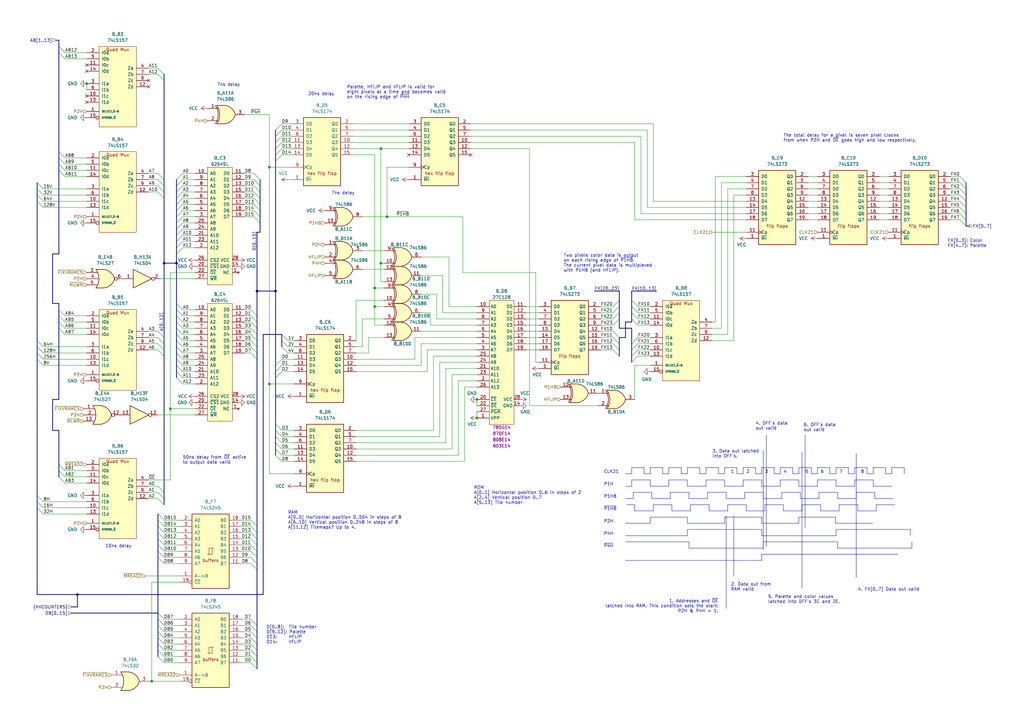
<source format=kicad_sch>
(kicad_sch (version 20230121) (generator eeschema)
  (paper "A3")
  (title_block (title "Twin 16 - Rev B") (date "2024-03-10") (company "Konami GX785/GX870/GX808/GX903") (comment 1 "Ulf Skutnabba, twitter: @skutis77"))
  (junction (at 110.49 157.48))
  (junction (at 110.49 68.58))
  (junction (at 62.23 279.4))
  (junction (at 156.21 107.95))
  (junction (at 67.31 107.95))
  (junction (at 69.85 167.64))
  (junction (at 153.67 118.11))
  (junction (at 35.56 34.29))
  (junction (at 72.39 107.95))
  (junction (at 158.75 88.9))
  (junction (at 153.67 125.73))
  (junction (at 156.21 60.96))
  (junction (at 195.58 171.45))
  (junction (at 195.58 163.83))
  (junction (at 31.75 243.84))
  (junction (at 113.03 119.38))
  (junction (at 105.41 119.38))
  (no_connect (at 35.56 29.21))
  (no_connect (at 35.56 41.91))
  (no_connect (at 35.56 39.37))
  (no_connect (at 35.56 26.67))
  (no_connect (at 167.64 63.5))
  (no_connect (at 193.04 63.5))
  (no_connect (at 60.96 35.56))
  (no_connect (at 60.96 33.02))
  (bus_entry (at 102.87 231.14) (size 2.54 2.54))
  (bus_entry (at 251.46 135.89) (size 2.54 2.54))
  (bus_entry (at 113.03 58.42) (size 2.54 -2.54))
  (bus_entry (at 72.39 78.74) (size 2.54 -2.54))
  (bus_entry (at 67.31 223.52) (size -2.54 -2.54))
  (bus_entry (at 102.87 134.62) (size 2.54 2.54))
  (bus_entry (at 72.39 152.4) (size 2.54 2.54))
  (bus_entry (at 102.87 137.16) (size 2.54 2.54))
  (bus_entry (at 102.87 266.7) (size 2.54 2.54))
  (bus_entry (at 15.24 203.2) (size 2.54 2.54))
  (bus_entry (at 24.13 127) (size 2.54 2.54))
  (bus_entry (at 113.03 53.34) (size 2.54 -2.54))
  (bus_entry (at 104.14 83.82) (size 2.54 2.54))
  (bus_entry (at 24.13 62.23) (size 2.54 2.54))
  (bus_entry (at 113.03 152.4) (size 2.54 -2.54))
  (bus_entry (at 102.87 223.52) (size 2.54 2.54))
  (bus_entry (at 67.31 228.6) (size -2.54 -2.54))
  (bus_entry (at 72.39 88.9) (size 2.54 -2.54))
  (bus_entry (at 102.87 139.7) (size 2.54 2.54))
  (bus_entry (at 72.39 137.16) (size 2.54 2.54))
  (bus_entry (at 72.39 144.78) (size 2.54 2.54))
  (bus_entry (at 251.46 138.43) (size 2.54 2.54))
  (bus_entry (at 259.08 146.05) (size 2.54 -2.54))
  (bus_entry (at 102.87 271.78) (size 2.54 2.54))
  (bus_entry (at 72.39 83.82) (size 2.54 -2.54))
  (bus_entry (at 67.31 213.36) (size -2.54 -2.54))
  (bus_entry (at 393.7 74.93) (size 2.54 2.54))
  (bus_entry (at 64.77 140.97) (size 2.54 2.54))
  (bus_entry (at 67.31 269.24) (size -2.54 -2.54))
  (bus_entry (at 72.39 154.94) (size 2.54 2.54))
  (bus_entry (at 64.77 30.48) (size 2.54 2.54))
  (bus_entry (at 104.14 76.2) (size 2.54 2.54))
  (bus_entry (at 113.03 60.96) (size 2.54 -2.54))
  (bus_entry (at 113.03 184.15) (size 2.54 2.54))
  (bus_entry (at 113.03 173.99) (size 2.54 2.54))
  (bus_entry (at 15.24 147.32) (size 2.54 2.54))
  (bus_entry (at 72.39 86.36) (size 2.54 -2.54))
  (bus_entry (at 113.03 149.86) (size 2.54 -2.54))
  (bus_entry (at 115.57 142.24) (size 2.54 2.54))
  (bus_entry (at 102.87 215.9) (size 2.54 2.54))
  (bus_entry (at 72.39 73.66) (size 2.54 -2.54))
  (bus_entry (at 72.39 134.62) (size 2.54 2.54))
  (bus_entry (at 64.77 138.43) (size 2.54 2.54))
  (bus_entry (at 102.87 261.62) (size 2.54 2.54))
  (bus_entry (at 393.7 72.39) (size 2.54 2.54))
  (bus_entry (at 67.31 261.62) (size -2.54 -2.54))
  (bus_entry (at 104.14 78.74) (size 2.54 2.54))
  (bus_entry (at 24.13 129.54) (size 2.54 2.54))
  (bus_entry (at 72.39 149.86) (size 2.54 2.54))
  (bus_entry (at 104.14 71.12) (size 2.54 2.54))
  (bus_entry (at 259.08 123.19) (size 2.54 2.54))
  (bus_entry (at 24.13 193.04) (size 2.54 2.54))
  (bus_entry (at 72.39 101.6) (size 2.54 -2.54))
  (bus_entry (at 113.03 186.69) (size 2.54 2.54))
  (bus_entry (at 24.13 21.59) (size 2.54 2.54))
  (bus_entry (at 24.13 64.77) (size 2.54 2.54))
  (bus_entry (at 102.87 220.98) (size 2.54 2.54))
  (bus_entry (at 393.7 85.09) (size 2.54 2.54))
  (bus_entry (at 67.31 226.06) (size -2.54 -2.54))
  (bus_entry (at 72.39 96.52) (size 2.54 -2.54))
  (bus_entry (at 72.39 147.32) (size 2.54 2.54))
  (bus_entry (at 113.03 154.94) (size 2.54 -2.54))
  (bus_entry (at 15.24 142.24) (size 2.54 2.54))
  (bus_entry (at 72.39 127) (size 2.54 2.54))
  (bus_entry (at 72.39 139.7) (size 2.54 2.54))
  (bus_entry (at 15.24 80.01) (size 2.54 2.54))
  (bus_entry (at 15.24 208.28) (size 2.54 2.54))
  (bus_entry (at 259.08 125.73) (size 2.54 2.54))
  (bus_entry (at 113.03 176.53) (size 2.54 2.54))
  (bus_entry (at 24.13 19.05) (size 2.54 2.54))
  (bus_entry (at 104.14 73.66) (size 2.54 2.54))
  (bus_entry (at 259.08 130.81) (size 2.54 2.54))
  (bus_entry (at 251.46 125.73) (size 2.54 -2.54))
  (bus_entry (at 102.87 228.6) (size 2.54 2.54))
  (bus_entry (at 64.77 143.51) (size 2.54 2.54))
  (bus_entry (at 64.77 201.93) (size 2.54 2.54))
  (bus_entry (at 72.39 142.24) (size 2.54 2.54))
  (bus_entry (at 113.03 55.88) (size 2.54 -2.54))
  (bus_entry (at 102.87 256.54) (size 2.54 2.54))
  (bus_entry (at 113.03 63.5) (size 2.54 -2.54))
  (bus_entry (at 102.87 264.16) (size 2.54 2.54))
  (bus_entry (at 393.7 82.55) (size 2.54 2.54))
  (bus_entry (at 113.03 66.04) (size 2.54 -2.54))
  (bus_entry (at 67.31 254) (size -2.54 -2.54))
  (bus_entry (at 24.13 69.85) (size 2.54 2.54))
  (bus_entry (at 67.31 266.7) (size -2.54 -2.54))
  (bus_entry (at 24.13 190.5) (size 2.54 2.54))
  (bus_entry (at 67.31 271.78) (size -2.54 -2.54))
  (bus_entry (at 15.24 139.7) (size 2.54 2.54))
  (bus_entry (at 102.87 142.24) (size 2.54 2.54))
  (bus_entry (at 259.08 128.27) (size 2.54 2.54))
  (bus_entry (at 102.87 144.78) (size 2.54 2.54))
  (bus_entry (at 102.87 259.08) (size 2.54 2.54))
  (bus_entry (at 251.46 143.51) (size 2.54 2.54))
  (bus_entry (at 259.08 140.97) (size 2.54 -2.54))
  (bus_entry (at 67.31 264.16) (size -2.54 -2.54))
  (bus_entry (at 15.24 205.74) (size 2.54 2.54))
  (bus_entry (at 102.87 218.44) (size 2.54 2.54))
  (bus_entry (at 15.24 74.93) (size 2.54 2.54))
  (bus_entry (at 104.14 86.36) (size 2.54 2.54))
  (bus_entry (at 251.46 133.35) (size 2.54 -2.54))
  (bus_entry (at 72.39 129.54) (size 2.54 2.54))
  (bus_entry (at 259.08 143.51) (size 2.54 -2.54))
  (bus_entry (at 104.14 88.9) (size 2.54 2.54))
  (bus_entry (at 64.77 78.74) (size 2.54 2.54))
  (bus_entry (at 67.31 218.44) (size -2.54 -2.54))
  (bus_entry (at 72.39 91.44) (size 2.54 -2.54))
  (bus_entry (at 102.87 269.24) (size 2.54 2.54))
  (bus_entry (at 24.13 195.58) (size 2.54 2.54))
  (bus_entry (at 259.08 148.59) (size 2.54 -2.54))
  (bus_entry (at 64.77 71.12) (size 2.54 2.54))
  (bus_entry (at 393.7 77.47) (size 2.54 2.54))
  (bus_entry (at 102.87 226.06) (size 2.54 2.54))
  (bus_entry (at 102.87 132.08) (size 2.54 2.54))
  (bus_entry (at 393.7 87.63) (size 2.54 2.54))
  (bus_entry (at 393.7 90.17) (size 2.54 2.54))
  (bus_entry (at 113.03 181.61) (size 2.54 2.54))
  (bus_entry (at 67.31 215.9) (size -2.54 -2.54))
  (bus_entry (at 115.57 137.16) (size 2.54 2.54))
  (bus_entry (at 64.77 76.2) (size 2.54 2.54))
  (bus_entry (at 24.13 132.08) (size 2.54 2.54))
  (bus_entry (at 64.77 199.39) (size 2.54 2.54))
  (bus_entry (at 104.14 81.28) (size 2.54 2.54))
  (bus_entry (at 72.39 81.28) (size 2.54 -2.54))
  (bus_entry (at 251.46 130.81) (size 2.54 -2.54))
  (bus_entry (at 72.39 132.08) (size 2.54 2.54))
  (bus_entry (at 67.31 231.14) (size -2.54 -2.54))
  (bus_entry (at 115.57 139.7) (size 2.54 2.54))
  (bus_entry (at 24.13 134.62) (size 2.54 2.54))
  (bus_entry (at 113.03 179.07) (size 2.54 2.54))
  (bus_entry (at 393.7 80.01) (size 2.54 2.54))
  (bus_entry (at 251.46 128.27) (size 2.54 -2.54))
  (bus_entry (at 102.87 254) (size 2.54 2.54))
  (bus_entry (at 24.13 67.31) (size 2.54 2.54))
  (bus_entry (at 64.77 73.66) (size 2.54 2.54))
  (bus_entry (at 102.87 129.54) (size 2.54 2.54))
  (bus_entry (at 102.87 127) (size 2.54 2.54))
  (bus_entry (at 15.24 77.47) (size 2.54 2.54))
  (bus_entry (at 67.31 220.98) (size -2.54 -2.54))
  (bus_entry (at 72.39 104.14) (size 2.54 -2.54))
  (bus_entry (at 72.39 99.06) (size 2.54 -2.54))
  (bus_entry (at 64.77 204.47) (size 2.54 2.54))
  (bus_entry (at 64.77 27.94) (size 2.54 2.54))
  (bus_entry (at 67.31 256.54) (size -2.54 -2.54))
  (bus_entry (at 72.39 93.98) (size 2.54 -2.54))
  (bus_entry (at 72.39 124.46) (size 2.54 2.54))
  (bus_entry (at 251.46 140.97) (size 2.54 2.54))
  (bus_entry (at 64.77 135.89) (size 2.54 2.54))
  (bus_entry (at 102.87 213.36) (size 2.54 2.54))
  (bus_entry (at 15.24 144.78) (size 2.54 2.54))
  (bus_entry (at 72.39 76.2) (size 2.54 -2.54))
  (bus_entry (at 67.31 259.08) (size -2.54 -2.54))
  (bus_entry (at 15.24 82.55) (size 2.54 2.54))
  (wire (pts (xy 189.865 111.76) (xy 219.71 111.76)))
  (wire (pts (xy 74.93 96.52) (xy 80.01 96.52)))
  (wire (pts (xy 110.49 68.58) (xy 110.49 157.48)))
  (polyline (pts (xy 320.04 194.31) (xy 320.04 191.77)) (stroke (width 0) (type solid)))
  (wire (pts (xy 153.67 63.5) (xy 153.67 118.11)))
  (polyline (pts (xy 281.94 217.17) (xy 312.42 217.17)) (stroke (width 0) (type solid)))
  (wire (pts (xy 74.93 152.4) (xy 80.01 152.4)))
  (polyline (pts (xy 256.54 229.87) (xy 312.42 229.87)) (stroke (width 0) (type solid)))
  (polyline (pts (xy 274.32 199.39) (xy 274.32 196.85)) (stroke (width 0) (type solid)))
  (wire (pts (xy 293.37 72.39) (xy 306.07 72.39)))
  (polyline (pts (xy 297.18 191.77) (xy 302.26 191.77)) (stroke (width 0) (type solid)))
  (wire (pts (xy 74.93 71.12) (xy 80.01 71.12)))
  (bus (pts (xy 105.41 137.16) (xy 105.41 139.7)))
  (polyline (pts (xy 317.5 194.31) (xy 320.04 194.31)) (stroke (width 0) (type solid)))
  (wire (pts (xy 99.06 254) (xy 102.87 254)))
  (wire (pts (xy 360.68 85.09) (xy 364.49 85.09)))
  (wire (pts (xy 300.99 80.01) (xy 306.07 80.01)))
  (polyline (pts (xy 321.31 207.01) (xy 321.31 209.55)) (stroke (width 0) (type solid)))
  (wire (pts (xy 60.96 138.43) (xy 64.77 138.43)))
  (polyline (pts (xy 306.07 207.01) (xy 306.07 209.55)) (stroke (width 0) (type solid)))
  (bus (pts (xy 64.77 218.44) (xy 64.77 220.98)))
  (wire (pts (xy 99.06 213.36) (xy 102.87 213.36)))
  (wire (pts (xy 74.93 83.82) (xy 80.01 83.82)))
  (bus (pts (xy 72.39 78.74) (xy 72.39 81.28)))
  (wire (pts (xy 148.59 142.24) (xy 148.59 130.81)))
  (wire (pts (xy 295.91 134.62) (xy 295.91 74.93)))
  (wire (pts (xy 73.66 261.62) (xy 67.31 261.62)))
  (wire (pts (xy 220.98 130.81) (xy 215.9 130.81)))
  (polyline (pts (xy 336.55 207.01) (xy 336.55 209.55)) (stroke (width 0) (type solid)))
  (wire (pts (xy 26.67 132.08) (xy 35.56 132.08)))
  (wire (pts (xy 60.96 143.51) (xy 64.77 143.51)))
  (bus (pts (xy 15.24 142.24) (xy 15.24 144.78)))
  (wire (pts (xy 261.62 130.81) (xy 266.7 130.81)))
  (wire (pts (xy 118.11 144.78) (xy 120.65 144.78)))
  (bus (pts (xy 24.13 69.85) (xy 24.13 104.14)))
  (polyline (pts (xy 312.42 227.33) (xy 312.42 229.87)) (stroke (width 0) (type solid)))
  (polyline (pts (xy 363.22 194.31) (xy 365.76 194.31)) (stroke (width 0) (type solid)))
  (wire (pts (xy 260.35 149.86) (xy 260.35 163.83)))
  (bus (pts (xy 254 123.19) (xy 254 125.73)))
  (wire (pts (xy 100.33 78.74) (xy 104.14 78.74)))
  (polyline (pts (xy 312.42 214.63) (xy 312.42 212.09)) (stroke (width 0) (type solid)))
  (polyline (pts (xy 342.9 219.71) (xy 342.9 217.17)) (stroke (width 0) (type solid)))
  (wire (pts (xy 99.06 266.7) (xy 102.87 266.7)))
  (wire (pts (xy 220.98 140.97) (xy 215.9 140.97)))
  (wire (pts (xy 246.38 130.81) (xy 251.46 130.81)))
  (polyline (pts (xy 327.66 199.39) (xy 327.66 196.85)) (stroke (width 0) (type solid)))
  (wire (pts (xy 292.1 134.62) (xy 295.91 134.62)))
  (polyline (pts (xy 370.84 191.77) (xy 370.84 194.31)) (stroke (width 0) (type solid)))
  (wire (pts (xy 182.88 151.13) (xy 195.58 151.13)))
  (wire (pts (xy 144.78 58.42) (xy 167.64 58.42)))
  (polyline (pts (xy 332.74 191.77) (xy 332.74 194.31)) (stroke (width 0) (type solid)))
  (polyline (pts (xy 350.52 196.85) (xy 358.14 196.85)) (stroke (width 0) (type solid)))
  (bus (pts (xy 259.08 119.38) (xy 269.24 119.38)))
  (polyline (pts (xy 328.295 204.47) (xy 328.295 201.93)) (stroke (width 0) (type solid)))
  (wire (pts (xy 74.93 139.7) (xy 80.01 139.7)))
  (polyline (pts (xy 302.26 194.31) (xy 304.8 194.31)) (stroke (width 0) (type solid)))
  (wire (pts (xy 110.49 46.99) (xy 100.33 46.99)))
  (polyline (pts (xy 283.21 207.01) (xy 283.21 209.55)) (stroke (width 0) (type solid)))
  (bus (pts (xy 72.39 132.08) (xy 72.39 134.62)))
  (polyline (pts (xy 297.18 214.63) (xy 297.18 212.09)) (stroke (width 0) (type solid)))
  (wire (pts (xy 74.93 93.98) (xy 80.01 93.98)))
  (polyline (pts (xy 297.18 212.09) (xy 312.42 212.09)) (stroke (width 0) (type solid)))
  (wire (pts (xy 151.13 138.43) (xy 157.48 138.43)))
  (bus (pts (xy 105.41 231.14) (xy 105.41 233.68)))
  (wire (pts (xy 146.05 176.53) (xy 177.8 176.53)))
  (wire (pts (xy 189.865 111.76) (xy 189.865 88.9)))
  (bus (pts (xy 72.39 83.82) (xy 72.39 86.36)))
  (wire (pts (xy 158.75 88.9) (xy 189.865 88.9)))
  (polyline (pts (xy 313.055 204.47) (xy 313.055 201.93)) (stroke (width 0) (type solid)))
  (bus (pts (xy 67.31 107.95) (xy 67.31 138.43)))
  (wire (pts (xy 99.06 223.52) (xy 102.87 223.52)))
  (wire (pts (xy 331.47 72.39) (xy 335.28 72.39)))
  (polyline (pts (xy 312.42 194.31) (xy 312.42 191.77)) (stroke (width 0) (type solid)))
  (wire (pts (xy 74.93 99.06) (xy 80.01 99.06)))
  (polyline (pts (xy 297.815 204.47) (xy 297.815 201.93)) (stroke (width 0) (type solid)))
  (bus (pts (xy 24.13 127) (xy 24.13 129.54)))
  (wire (pts (xy 185.42 153.67) (xy 195.58 153.67)))
  (wire (pts (xy 69.85 111.76) (xy 80.01 111.76)))
  (polyline (pts (xy 275.59 207.01) (xy 275.59 209.55)) (stroke (width 0) (type solid)))
  (bus (pts (xy 254 134.62) (xy 259.08 134.62)))
  (polyline (pts (xy 297.18 199.39) (xy 297.18 196.85)) (stroke (width 0) (type solid)))
  (wire (pts (xy 26.67 21.59) (xy 35.56 21.59)))
  (polyline (pts (xy 259.08 191.77) (xy 264.16 191.77)) (stroke (width 0) (type solid)))
  (bus (pts (xy 24.13 21.59) (xy 24.13 62.23)))
  (wire (pts (xy 73.66 218.44) (xy 67.31 218.44)))
  (polyline (pts (xy 342.9 194.31) (xy 342.9 191.77)) (stroke (width 0) (type solid)))
  (bus (pts (xy 72.39 88.9) (xy 72.39 91.44)))
  (polyline (pts (xy 279.4 191.77) (xy 279.4 194.31)) (stroke (width 0) (type solid)))
  (polyline (pts (xy 309.88 194.31) (xy 312.42 194.31)) (stroke (width 0) (type solid)))
  (polyline (pts (xy 312.42 219.71) (xy 312.42 217.17)) (stroke (width 0) (type solid)))
  (polyline (pts (xy 342.6895 214.63) (xy 357.9295 214.63)) (stroke (width 0) (type solid)))
  (bus (pts (xy 72.39 124.46) (xy 72.39 127)))
  (wire (pts (xy 144.78 60.96) (xy 156.21 60.96)))
  (bus (pts (xy 72.39 99.06) (xy 72.39 101.6)))
  (bus (pts (xy 67.31 204.47) (xy 67.31 207.01)))
  (bus (pts (xy 256.54 138.43) (xy 256.54 132.08)))
  (wire (pts (xy 193.04 58.42) (xy 260.35 58.42)))
  (polyline (pts (xy 335.28 191.77) (xy 340.36 191.77)) (stroke (width 0) (type solid)))
  (bus (pts (xy 15.24 243.84) (xy 15.24 208.28)))
  (polyline (pts (xy 358.14 191.77) (xy 363.22 191.77)) (stroke (width 0) (type solid)))
  (wire (pts (xy 26.67 64.77) (xy 35.56 64.77)))
  (bus (pts (xy 254 146.05) (xy 254 143.51)))
  (wire (pts (xy 261.62 133.35) (xy 266.7 133.35)))
  (wire (pts (xy 146.05 123.19) (xy 146.05 139.7)))
  (polyline (pts (xy 332.74 194.31) (xy 335.28 194.31)) (stroke (width 0) (type solid)))
  (wire (pts (xy 148.59 88.9) (xy 158.75 88.9)))
  (bus (pts (xy 31.75 248.92) (xy 31.75 243.84)))
  (bus (pts (xy 72.39 81.28) (xy 72.39 83.82)))
  (wire (pts (xy 99.06 220.98) (xy 102.87 220.98)))
  (wire (pts (xy 260.35 90.17) (xy 306.07 90.17)))
  (wire (pts (xy 176.53 128.27) (xy 176.53 133.35)))
  (bus (pts (xy 24.13 193.04) (xy 24.13 195.58)))
  (polyline (pts (xy 275.59 209.55) (xy 283.21 209.55)) (stroke (width 0) (type solid)))
  (wire (pts (xy 195.58 128.27) (xy 181.61 128.27)))
  (bus (pts (xy 115.57 142.24) (xy 115.57 139.7)))
  (bus (pts (xy 24.13 176.53) (xy 24.13 190.5)))
  (wire (pts (xy 17.78 149.86) (xy 35.56 149.86)))
  (polyline (pts (xy 350.52 191.77) (xy 355.6 191.77)) (stroke (width 0) (type solid)))
  (wire (pts (xy 64.77 170.18) (xy 80.01 170.18)))
  (wire (pts (xy 156.21 60.96) (xy 167.64 60.96)))
  (wire (pts (xy 73.66 238.76) (xy 62.23 238.76)))
  (wire (pts (xy 148.59 102.87) (xy 157.48 102.87)))
  (wire (pts (xy 74.93 73.66) (xy 80.01 73.66)))
  (polyline (pts (xy 256.54 194.31) (xy 259.08 194.31)) (stroke (width 0) (type solid)))
  (wire (pts (xy 360.68 82.55) (xy 364.49 82.55)))
  (polyline (pts (xy 274.32 191.77) (xy 279.4 191.77)) (stroke (width 0) (type solid)))
  (bus (pts (xy 105.41 220.98) (xy 105.41 223.52)))
  (polyline (pts (xy 343.535 204.47) (xy 343.535 201.93)) (stroke (width 0) (type solid)))
  (bus (pts (xy 67.31 73.66) (xy 67.31 76.2)))
  (wire (pts (xy 158.75 88.9) (xy 158.75 68.58)))
  (bus (pts (xy 259.08 146.05) (xy 259.08 148.59)))
  (polyline (pts (xy 313.055 184.785) (xy 313.055 225.425)))
  (polyline (pts (xy 328.295 204.47) (xy 335.915 204.47)) (stroke (width 0) (type solid)))
  (polyline (pts (xy 290.195 204.47) (xy 290.195 201.93)) (stroke (width 0) (type solid)))
  (bus (pts (xy 105.41 119.38) (xy 105.41 129.54)))
  (wire (pts (xy 246.38 138.43) (xy 251.46 138.43)))
  (wire (pts (xy 331.47 87.63) (xy 335.28 87.63)))
  (wire (pts (xy 146.05 184.15) (xy 185.42 184.15)))
  (wire (pts (xy 99.06 218.44) (xy 102.87 218.44)))
  (bus (pts (xy 67.31 78.74) (xy 67.31 81.28)))
  (wire (pts (xy 74.93 132.08) (xy 80.01 132.08)))
  (wire (pts (xy 73.66 256.54) (xy 67.31 256.54)))
  (polyline (pts (xy 312.42 199.39) (xy 312.42 196.85)) (stroke (width 0) (type solid)))
  (wire (pts (xy 100.33 71.12) (xy 104.14 71.12)))
  (wire (pts (xy 73.66 269.24) (xy 67.31 269.24)))
  (wire (pts (xy 74.93 81.28) (xy 80.01 81.28)))
  (wire (pts (xy 175.26 152.4) (xy 175.26 143.51)))
  (wire (pts (xy 217.17 166.37) (xy 245.11 166.37)))
  (bus (pts (xy 106.68 95.25) (xy 105.41 95.25)))
  (bus (pts (xy 115.57 139.7) (xy 115.57 137.16)))
  (wire (pts (xy 195.58 163.83) (xy 195.58 166.37)))
  (bus (pts (xy 396.24 77.47) (xy 396.24 80.01)))
  (wire (pts (xy 60.96 71.12) (xy 64.77 71.12)))
  (polyline (pts (xy 312.42 227.33) (xy 368.3 227.33)) (stroke (width 0) (type solid)))
  (polyline (pts (xy 297.815 211.455) (xy 297.815 249.555)))
  (polyline (pts (xy 342.9 191.77) (xy 347.98 191.77)) (stroke (width 0) (type solid)))
  (bus (pts (xy 105.41 223.52) (xy 105.41 226.06)))
  (wire (pts (xy 193.04 53.34) (xy 265.43 53.34)))
  (bus (pts (xy 113.03 154.94) (xy 113.03 173.99)))
  (polyline (pts (xy 351.79 209.55) (xy 359.41 209.55)) (stroke (width 0) (type solid)))
  (wire (pts (xy 99.06 231.14) (xy 102.87 231.14)))
  (wire (pts (xy 66.04 114.3) (xy 80.01 114.3)))
  (polyline (pts (xy 365.76 194.31) (xy 365.76 191.77)) (stroke (width 0) (type solid)))
  (polyline (pts (xy 271.78 194.31) (xy 274.32 194.31)) (stroke (width 0) (type solid)))
  (polyline (pts (xy 313.055 222.25) (xy 313.055 224.79)) (stroke (width 0) (type solid)))
  (polyline (pts (xy 281.94 219.71) (xy 281.94 217.17)) (stroke (width 0) (type solid)))
  (wire (pts (xy 100.33 76.2) (xy 104.14 76.2)))
  (polyline (pts (xy 335.915 204.47) (xy 335.915 201.93)) (stroke (width 0) (type solid)))
  (wire (pts (xy 220.98 125.73) (xy 215.9 125.73)))
  (wire (pts (xy 146.05 179.07) (xy 180.34 179.07)))
  (wire (pts (xy 73.66 231.14) (xy 67.31 231.14)))
  (polyline (pts (xy 256.54 199.39) (xy 259.08 199.39)) (stroke (width 0) (type solid)))
  (bus (pts (xy 254 140.97) (xy 254 138.43)))
  (wire (pts (xy 261.62 146.05) (xy 266.7 146.05)))
  (polyline (pts (xy 343.535 204.47) (xy 351.155 204.47)) (stroke (width 0) (type solid)))
  (bus (pts (xy 254 125.73) (xy 254 128.27)))
  (wire (pts (xy 331.47 90.17) (xy 335.28 90.17)))
  (wire (pts (xy 389.89 82.55) (xy 393.7 82.55)))
  (polyline (pts (xy 281.94 191.77) (xy 287.02 191.77)) (stroke (width 0) (type solid)))
  (polyline (pts (xy 313.69 207.01) (xy 321.31 207.01)) (stroke (width 0) (type solid)))
  (bus (pts (xy 72.39 139.7) (xy 72.39 142.24)))
  (bus (pts (xy 72.39 107.95) (xy 72.39 124.46)))
  (wire (pts (xy 115.57 152.4) (xy 120.65 152.4)))
  (bus (pts (xy 67.31 140.97) (xy 67.31 143.51)))
  (polyline (pts (xy 342.6895 214.63) (xy 342.6895 212.09)) (stroke (width 0) (type solid)))
  (wire (pts (xy 265.43 53.34) (xy 265.43 85.09)))
  (polyline (pts (xy 281.94 199.39) (xy 289.56 199.39)) (stroke (width 0) (type solid)))
  (bus (pts (xy 106.68 91.44) (xy 106.68 95.25)))
  (wire (pts (xy 179.07 120.65) (xy 179.07 130.81)))
  (polyline (pts (xy 298.45 207.01) (xy 298.45 209.55)) (stroke (width 0) (type solid)))
  (wire (pts (xy 60.96 76.2) (xy 64.77 76.2)))
  (wire (pts (xy 156.21 60.96) (xy 156.21 107.95)))
  (wire (pts (xy 292.1 139.7) (xy 300.99 139.7)))
  (wire (pts (xy 17.78 210.82) (xy 35.56 210.82)))
  (bus (pts (xy 24.13 19.05) (xy 24.13 21.59)))
  (bus (pts (xy 396.24 82.55) (xy 396.24 85.09)))
  (wire (pts (xy 144.78 55.88) (xy 167.64 55.88)))
  (bus (pts (xy 72.39 73.66) (xy 72.39 76.2)))
  (bus (pts (xy 106.68 78.74) (xy 106.68 81.28)))
  (wire (pts (xy 146.05 142.24) (xy 148.59 142.24)))
  (wire (pts (xy 360.68 80.01) (xy 364.49 80.01)))
  (wire (pts (xy 187.96 156.21) (xy 195.58 156.21)))
  (polyline (pts (xy 373.38 219.71) (xy 373.38 217.17)) (stroke (width 0) (type solid)))
  (wire (pts (xy 62.23 238.76) (xy 62.23 279.4)))
  (wire (pts (xy 74.93 88.9) (xy 80.01 88.9)))
  (polyline (pts (xy 289.56 194.31) (xy 289.56 191.77)) (stroke (width 0) (type solid)))
  (bus (pts (xy 396.24 80.01) (xy 396.24 82.55)))
  (polyline (pts (xy 290.195 201.93) (xy 297.815 201.93)) (stroke (width 0) (type solid)))
  (bus (pts (xy 72.39 76.2) (xy 72.39 78.74)))
  (wire (pts (xy 99.06 264.16) (xy 102.87 264.16)))
  (polyline (pts (xy 340.36 191.77) (xy 340.36 194.31)) (stroke (width 0) (type solid)))
  (wire (pts (xy 246.38 135.89) (xy 251.46 135.89)))
  (polyline (pts (xy 287.02 191.77) (xy 287.02 194.31)) (stroke (width 0) (type solid)))
  (polyline (pts (xy 289.56 199.39) (xy 289.56 196.85)) (stroke (width 0) (type solid)))
  (wire (pts (xy 26.67 193.04) (xy 35.56 193.04)))
  (bus (pts (xy 105.41 228.6) (xy 105.41 231.14)))
  (wire (pts (xy 267.97 82.55) (xy 306.07 82.55)))
  (polyline (pts (xy 312.42 219.71) (xy 342.9 219.71)) (stroke (width 0) (type solid)))
  (wire (pts (xy 99.06 226.06) (xy 102.87 226.06)))
  (wire (pts (xy 17.78 142.24) (xy 35.56 142.24)))
  (wire (pts (xy 262.89 55.88) (xy 262.89 87.63)))
  (wire (pts (xy 144.78 53.34) (xy 167.64 53.34)))
  (polyline (pts (xy 302.26 191.77) (xy 302.26 194.31)) (stroke (width 0) (type solid)))
  (wire (pts (xy 175.26 143.51) (xy 195.58 143.51)))
  (polyline (pts (xy 259.08 199.39) (xy 259.08 196.85)) (stroke (width 0) (type solid)))
  (polyline (pts (xy 320.04 191.77) (xy 325.12 191.77)) (stroke (width 0) (type solid)))
  (polyline (pts (xy 344.17 207.01) (xy 351.79 207.01)) (stroke (width 0) (type solid)))
  (wire (pts (xy 261.62 140.97) (xy 266.7 140.97)))
  (wire (pts (xy 172.72 135.89) (xy 195.58 135.89)))
  (polyline (pts (xy 320.675 204.47) (xy 320.675 201.93)) (stroke (width 0) (type solid)))
  (polyline (pts (xy 325.12 194.31) (xy 327.66 194.31)) (stroke (width 0) (type solid)))
  (bus (pts (xy 105.41 269.24) (xy 105.41 271.78)))
  (bus (pts (xy 105.41 215.9) (xy 105.41 218.44)))
  (polyline (pts (xy 260.35 207.01) (xy 260.35 209.55)) (stroke (width 0) (type solid)))
  (wire (pts (xy 217.17 60.96) (xy 217.17 166.37)))
  (bus (pts (xy 24.13 134.62) (xy 24.13 163.83)))
  (bus (pts (xy 259.08 143.51) (xy 259.08 146.05)))
  (wire (pts (xy 115.57 176.53) (xy 120.65 176.53)))
  (polyline (pts (xy 312.42 191.77) (xy 317.5 191.77)) (stroke (width 0) (type solid)))
  (bus (pts (xy 15.24 82.55) (xy 15.24 139.7)))
  (bus (pts (xy 15.24 80.01) (xy 15.24 82.55)))
  (bus (pts (xy 105.41 271.78) (xy 105.41 274.32)))
  (wire (pts (xy 172.72 105.41) (xy 184.15 105.41)))
  (wire (pts (xy 153.67 125.73) (xy 153.67 133.35)))
  (wire (pts (xy 17.78 208.28) (xy 35.56 208.28)))
  (bus (pts (xy 113.03 181.61) (xy 113.03 184.15)))
  (wire (pts (xy 60.96 73.66) (xy 64.77 73.66)))
  (bus (pts (xy 67.31 76.2) (xy 67.31 78.74)))
  (wire (pts (xy 246.38 128.27) (xy 251.46 128.27)))
  (bus (pts (xy 15.24 203.2) (xy 15.24 205.74)))
  (polyline (pts (xy 344.17 207.01) (xy 344.17 209.55)) (stroke (width 0) (type solid)))
  (wire (pts (xy 146.05 181.61) (xy 182.88 181.61)))
  (bus (pts (xy 64.77 264.16) (xy 64.77 266.7)))
  (wire (pts (xy 193.04 50.8) (xy 267.97 50.8)))
  (bus (pts (xy 67.31 138.43) (xy 67.31 140.97)))
  (wire (pts (xy 74.93 129.54) (xy 80.01 129.54)))
  (polyline (pts (xy 363.22 191.77) (xy 363.22 194.31)) (stroke (width 0) (type solid)))
  (bus (pts (xy 64.77 251.46) (xy 64.77 254)))
  (polyline (pts (xy 297.18 199.39) (xy 304.8 199.39)) (stroke (width 0) (type solid)))
  (polyline (pts (xy 282.575 204.47) (xy 290.195 204.47)) (stroke (width 0) (type solid)))
  (wire (pts (xy 190.5 189.23) (xy 190.5 158.75)))
  (wire (pts (xy 60.96 78.74) (xy 64.77 78.74)))
  (bus (pts (xy 115.57 137.16) (xy 107.95 137.16)))
  (polyline (pts (xy 351.79 207.01) (xy 351.79 209.55)) (stroke (width 0) (type solid)))
  (wire (pts (xy 298.45 77.47) (xy 306.07 77.47)))
  (wire (pts (xy 195.58 168.91) (xy 195.58 171.45)))
  (bus (pts (xy 64.77 223.52) (xy 64.77 226.06)))
  (polyline (pts (xy 358.14 199.39) (xy 358.14 196.85)) (stroke (width 0) (type solid)))
  (polyline (pts (xy 274.32 196.85) (xy 281.94 196.85)) (stroke (width 0) (type solid)))
  (polyline (pts (xy 355.6 191.77) (xy 355.6 194.31)) (stroke (width 0) (type solid)))
  (wire (pts (xy 170.18 138.43) (xy 170.18 147.32)))
  (polyline (pts (xy 297.815 204.47) (xy 305.435 204.47)) (stroke (width 0) (type solid)))
  (bus (pts (xy 15.24 205.74) (xy 15.24 208.28)))
  (wire (pts (xy 100.33 144.78) (xy 102.87 144.78)))
  (wire (pts (xy 184.15 105.41) (xy 184.15 125.73)))
  (polyline (pts (xy 298.45 207.01) (xy 306.07 207.01)) (stroke (width 0) (type solid)))
  (polyline (pts (xy 259.08 196.85) (xy 266.7 196.85)) (stroke (width 0) (type solid)))
  (wire (pts (xy 100.33 83.82) (xy 104.14 83.82)))
  (wire (pts (xy 100.33 81.28) (xy 104.14 81.28)))
  (polyline (pts (xy 342.9 199.39) (xy 350.52 199.39)) (stroke (width 0) (type solid)))
  (wire (pts (xy 179.07 130.81) (xy 195.58 130.81)))
  (bus (pts (xy 259.08 132.08) (xy 259.08 130.81)))
  (polyline (pts (xy 306.07 209.55) (xy 313.69 209.55)) (stroke (width 0) (type solid)))
  (bus (pts (xy 67.31 146.05) (xy 67.31 201.93)))
  (bus (pts (xy 396.24 74.93) (xy 396.24 77.47)))
  (wire (pts (xy 118.11 142.24) (xy 120.65 142.24)))
  (bus (pts (xy 72.39 152.4) (xy 72.39 154.94)))
  (polyline (pts (xy 347.98 194.31) (xy 350.52 194.31)) (stroke (width 0) (type solid)))
  (polyline (pts (xy 335.915 201.93) (xy 343.535 201.93)) (stroke (width 0) (type solid)))
  (polyline (pts (xy 256.54 222.25) (xy 282.575 222.25)) (stroke (width 0) (type solid)))
  (wire (pts (xy 153.67 133.35) (xy 157.48 133.35)))
  (wire (pts (xy 220.98 133.35) (xy 215.9 133.35)))
  (wire (pts (xy 262.89 87.63) (xy 306.07 87.63)))
  (bus (pts (xy 113.03 152.4) (xy 113.03 154.94)))
  (wire (pts (xy 151.13 144.78) (xy 151.13 138.43)))
  (wire (pts (xy 73.66 266.7) (xy 67.31 266.7)))
  (wire (pts (xy 115.57 60.96) (xy 119.38 60.96)))
  (polyline (pts (xy 351.155 186.055) (xy 351.155 236.855)))
  (wire (pts (xy 74.93 142.24) (xy 80.01 142.24)))
  (bus (pts (xy 24.13 190.5) (xy 24.13 193.04)))
  (bus (pts (xy 105.41 129.54) (xy 105.41 132.08)))
  (polyline (pts (xy 328.93 207.01) (xy 328.93 209.55)) (stroke (width 0) (type solid)))
  (wire (pts (xy 69.85 167.64) (xy 80.01 167.64)))
  (bus (pts (xy 64.77 215.9) (xy 64.77 218.44)))
  (polyline (pts (xy 287.02 194.31) (xy 289.56 194.31)) (stroke (width 0) (type solid)))
  (wire (pts (xy 331.47 77.47) (xy 335.28 77.47)))
  (wire (pts (xy 153.67 118.11) (xy 157.48 118.11)))
  (wire (pts (xy 26.67 69.85) (xy 35.56 69.85)))
  (bus (pts (xy 24.13 129.54) (xy 24.13 132.08)))
  (bus (pts (xy 396.24 92.71) (xy 397.51 92.71)))
  (polyline (pts (xy 297.18 194.31) (xy 297.18 191.77)) (stroke (width 0) (type solid)))
  (wire (pts (xy 180.34 179.07) (xy 180.34 148.59)))
  (wire (pts (xy 260.35 58.42) (xy 260.35 90.17)))
  (bus (pts (xy 105.41 264.16) (xy 105.41 266.7)))
  (polyline (pts (xy 374.015 222.25) (xy 374.015 224.79)) (stroke (width 0) (type solid)))
  (polyline (pts (xy 365.76 191.77) (xy 370.84 191.77)) (stroke (width 0) (type solid)))
  (wire (pts (xy 110.49 194.31) (xy 110.49 157.48)))
  (polyline (pts (xy 259.08 194.31) (xy 259.08 191.77)) (stroke (width 0) (type solid)))
  (wire (pts (xy 389.89 80.01) (xy 393.7 80.01)))
  (polyline (pts (xy 320.675 201.93) (xy 328.295 201.93)) (stroke (width 0) (type solid)))
  (polyline (pts (xy 271.78 191.77) (xy 271.78 194.31)) (stroke (width 0) (type solid)))
  (wire (pts (xy 17.78 85.09) (xy 35.56 85.09)))
  (bus (pts (xy 106.68 76.2) (xy 106.68 78.74)))
  (wire (pts (xy 172.72 128.27) (xy 176.53 128.27)))
  (bus (pts (xy 113.03 55.88) (xy 113.03 58.42)))
  (bus (pts (xy 24.13 67.31) (xy 24.13 69.85)))
  (polyline (pts (xy 328.93 185.42) (xy 328.93 241.3)))
  (bus (pts (xy 67.31 201.93) (xy 67.31 204.47)))
  (polyline (pts (xy 304.8 199.39) (xy 304.8 196.85)) (stroke (width 0) (type solid)))
  (bus (pts (xy 24.13 176.53) (xy 21.59 176.53)))
  (wire (pts (xy 115.57 50.8) (xy 119.38 50.8)))
  (polyline (pts (xy 304.8 194.31) (xy 304.8 191.77)) (stroke (width 0) (type solid)))
  (wire (pts (xy 73.66 215.9) (xy 67.31 215.9)))
  (wire (pts (xy 260.35 149.86) (xy 266.7 149.86)))
  (wire (pts (xy 148.59 110.49) (xy 157.48 110.49)))
  (wire (pts (xy 331.47 74.93) (xy 335.28 74.93)))
  (wire (pts (xy 73.66 226.06) (xy 67.31 226.06)))
  (wire (pts (xy 170.18 147.32) (xy 146.05 147.32)))
  (bus (pts (xy 29.21 248.92) (xy 31.75 248.92)))
  (wire (pts (xy 60.96 27.94) (xy 64.77 27.94)))
  (polyline (pts (xy 259.715 204.47) (xy 259.715 201.93)) (stroke (width 0) (type solid)))
  (wire (pts (xy 331.47 80.01) (xy 335.28 80.01)))
  (bus (pts (xy 72.39 101.6) (xy 72.39 104.14)))
  (polyline (pts (xy 359.41 207.01) (xy 367.03 207.01)) (stroke (width 0) (type solid)))
  (wire (pts (xy 26.67 137.16) (xy 35.56 137.16)))
  (wire (pts (xy 389.89 87.63) (xy 393.7 87.63)))
  (wire (pts (xy 26.67 134.62) (xy 35.56 134.62)))
  (polyline (pts (xy 294.64 191.77) (xy 294.64 194.31)) (stroke (width 0) (type solid)))
  (wire (pts (xy 182.88 181.61) (xy 182.88 151.13)))
  (bus (pts (xy 113.03 179.07) (xy 113.03 181.61)))
  (polyline (pts (xy 304.8 196.85) (xy 312.42 196.85)) (stroke (width 0) (type solid)))
  (wire (pts (xy 220.98 138.43) (xy 215.9 138.43)))
  (bus (pts (xy 105.41 218.44) (xy 105.41 220.98)))
  (wire (pts (xy 60.96 204.47) (xy 64.77 204.47)))
  (polyline (pts (xy 312.42 214.63) (xy 327.66 214.63)) (stroke (width 0) (type solid)))
  (bus (pts (xy 64.77 256.54) (xy 64.77 259.08)))
  (wire (pts (xy 115.57 53.34) (xy 119.38 53.34)))
  (bus (pts (xy 64.77 259.08) (xy 64.77 261.62)))
  (wire (pts (xy 158.75 68.58) (xy 167.64 68.58)))
  (bus (pts (xy 259.08 140.97) (xy 259.08 134.62)))
  (polyline (pts (xy 274.955 204.47) (xy 274.955 201.93)) (stroke (width 0) (type solid)))
  (polyline (pts (xy 290.83 207.01) (xy 290.83 209.55)) (stroke (width 0) (type solid)))
  (polyline (pts (xy 312.42 199.39) (xy 320.04 199.39)) (stroke (width 0) (type solid)))
  (wire (pts (xy 60.96 30.48) (xy 64.77 30.48)))
  (bus (pts (xy 105.41 226.06) (xy 105.41 228.6)))
  (wire (pts (xy 17.78 147.32) (xy 35.56 147.32)))
  (bus (pts (xy 72.39 147.32) (xy 72.39 149.86)))
  (wire (pts (xy 146.05 189.23) (xy 190.5 189.23)))
  (bus (pts (xy 21.59 163.83) (xy 24.13 163.83)))
  (wire (pts (xy 219.71 148.59) (xy 220.98 148.59)))
  (wire (pts (xy 100.33 142.24) (xy 102.87 142.24)))
  (bus (pts (xy 105.41 144.78) (xy 105.41 147.32)))
  (bus (pts (xy 15.24 144.78) (xy 15.24 147.32)))
  (bus (pts (xy 72.39 86.36) (xy 72.39 88.9)))
  (polyline (pts (xy 264.16 194.31) (xy 266.7 194.31)) (stroke (width 0) (type solid)))
  (bus (pts (xy 105.41 119.38) (xy 113.03 119.38)))
  (wire (pts (xy 115.57 63.5) (xy 119.38 63.5)))
  (polyline (pts (xy 305.435 201.93) (xy 313.055 201.93)) (stroke (width 0) (type solid)))
  (bus (pts (xy 15.24 77.47) (xy 15.24 80.01)))
  (wire (pts (xy 74.93 76.2) (xy 80.01 76.2)))
  (polyline (pts (xy 281.94 199.39) (xy 281.94 196.85)) (stroke (width 0) (type solid)))
  (bus (pts (xy 72.39 142.24) (xy 72.39 144.78)))
  (wire (pts (xy 100.33 139.7) (xy 102.87 139.7)))
  (wire (pts (xy 115.57 58.42) (xy 119.38 58.42)))
  (wire (pts (xy 26.67 72.39) (xy 35.56 72.39)))
  (polyline (pts (xy 282.575 224.79) (xy 313.055 224.79)) (stroke (width 0) (type solid)))
  (polyline (pts (xy 281.94 214.63) (xy 297.18 214.63)) (stroke (width 0) (type solid)))
  (bus (pts (xy 72.39 91.44) (xy 72.39 93.98)))
  (bus (pts (xy 105.41 259.08) (xy 105.41 261.62)))
  (bus (pts (xy 72.39 96.52) (xy 72.39 99.06)))
  (bus (pts (xy 105.41 233.68) (xy 105.41 256.54)))
  (polyline (pts (xy 350.52 199.39) (xy 350.52 196.85)) (stroke (width 0) (type solid)))
  (bus (pts (xy 113.03 53.34) (xy 113.03 55.88)))
  (wire (pts (xy 99.06 228.6) (xy 102.87 228.6)))
  (wire (pts (xy 185.42 184.15) (xy 185.42 153.67)))
  (wire (pts (xy 292.1 137.16) (xy 298.45 137.16)))
  (wire (pts (xy 60.96 135.89) (xy 64.77 135.89)))
  (polyline (pts (xy 266.7 199.39) (xy 274.32 199.39)) (stroke (width 0) (type solid)))
  (polyline (pts (xy 321.31 209.55) (xy 328.93 209.55)) (stroke (width 0) (type solid)))
  (bus (pts (xy 67.31 81.28) (xy 67.31 107.95)))
  (wire (pts (xy 360.68 90.17) (xy 364.49 90.17)))
  (wire (pts (xy 156.21 115.57) (xy 157.48 115.57)))
  (polyline (pts (xy 359.41 207.01) (xy 359.41 209.55)) (stroke (width 0) (type solid)))
  (bus (pts (xy 106.68 88.9) (xy 106.68 91.44)))
  (wire (pts (xy 115.57 149.86) (xy 120.65 149.86)))
  (bus (pts (xy 106.68 83.82) (xy 106.68 86.36)))
  (polyline (pts (xy 304.8 191.77) (xy 309.88 191.77)) (stroke (width 0) (type solid)))
  (polyline (pts (xy 358.775 204.47) (xy 366.395 204.47)) (stroke (width 0) (type solid)))
  (polyline (pts (xy 313.055 204.47) (xy 320.675 204.47)) (stroke (width 0) (type solid)))
  (wire (pts (xy 26.67 198.12) (xy 35.56 198.12)))
  (polyline (pts (xy 358.14 199.39) (xy 365.76 199.39)) (stroke (width 0) (type solid)))
  (wire (pts (xy 193.04 60.96) (xy 217.17 60.96)))
  (wire (pts (xy 115.57 179.07) (xy 120.65 179.07)))
  (polyline (pts (xy 290.83 209.55) (xy 298.45 209.55)) (stroke (width 0) (type solid)))
  (wire (pts (xy 219.71 111.76) (xy 219.71 148.59)))
  (polyline (pts (xy 309.88 191.77) (xy 309.88 194.31)) (stroke (width 0) (type solid)))
  (bus (pts (xy 113.03 149.86) (xy 113.03 152.4)))
  (bus (pts (xy 254 143.51) (xy 254 140.97)))
  (wire (pts (xy 60.96 196.85) (xy 69.85 196.85)))
  (polyline (pts (xy 314.325 178.435) (xy 314.325 224.155)))
  (wire (pts (xy 74.93 78.74) (xy 80.01 78.74)))
  (polyline (pts (xy 336.55 209.55) (xy 344.17 209.55)) (stroke (width 0) (type solid)))
  (wire (pts (xy 26.67 195.58) (xy 35.56 195.58)))
  (bus (pts (xy 259.08 140.97) (xy 259.08 143.51)))
  (wire (pts (xy 172.72 149.86) (xy 146.05 149.86)))
  (bus (pts (xy 105.41 261.62) (xy 105.41 264.16)))
  (wire (pts (xy 190.5 158.75) (xy 195.58 158.75)))
  (polyline (pts (xy 340.36 194.31) (xy 342.9 194.31)) (stroke (width 0) (type solid)))
  (polyline (pts (xy 266.7 194.31) (xy 266.7 191.77)) (stroke (width 0) (type solid)))
  (wire (pts (xy 100.33 88.9) (xy 104.14 88.9)))
  (bus (pts (xy 64.77 228.6) (xy 64.77 251.46)))
  (bus (pts (xy 67.31 107.95) (xy 72.39 107.95)))
  (bus (pts (xy 21.59 104.14) (xy 21.59 124.46)))
  (wire (pts (xy 246.38 125.73) (xy 251.46 125.73)))
  (bus (pts (xy 107.95 243.84) (xy 31.75 243.84)))
  (polyline (pts (xy 259.715 201.93) (xy 267.335 201.93)) (stroke (width 0) (type solid)))
  (wire (pts (xy 293.37 72.39) (xy 293.37 132.08)))
  (polyline (pts (xy 282.575 222.25) (xy 282.575 224.79)) (stroke (width 0) (type solid)))
  (wire (pts (xy 246.38 133.35) (xy 251.46 133.35)))
  (polyline (pts (xy 327.66 214.63) (xy 327.66 212.09)) (stroke (width 0) (type solid)))
  (wire (pts (xy 177.8 146.05) (xy 195.58 146.05)))
  (bus (pts (xy 113.03 60.96) (xy 113.03 63.5)))
  (bus (pts (xy 105.41 132.08) (xy 105.41 134.62)))
  (wire (pts (xy 110.49 157.48) (xy 120.65 157.48)))
  (polyline (pts (xy 342.9 199.39) (xy 342.9 196.85)) (stroke (width 0) (type solid)))
  (wire (pts (xy 193.04 55.88) (xy 262.89 55.88)))
  (wire (pts (xy 62.23 279.4) (xy 73.66 279.4)))
  (polyline (pts (xy 347.98 191.77) (xy 347.98 194.31)) (stroke (width 0) (type solid)))
  (bus (pts (xy 21.59 124.46) (xy 24.13 124.46)))
  (bus (pts (xy 105.41 134.62) (xy 105.41 137.16)))
  (polyline (pts (xy 264.16 191.77) (xy 264.16 194.31)) (stroke (width 0) (type solid)))
  (wire (pts (xy 74.93 91.44) (xy 80.01 91.44)))
  (wire (pts (xy 292.1 95.25) (xy 306.07 95.25)))
  (bus (pts (xy 259.08 123.19) (xy 259.08 125.73)))
  (bus (pts (xy 24.13 64.77) (xy 24.13 67.31)))
  (bus (pts (xy 64.77 266.7) (xy 64.77 269.24)))
  (polyline (pts (xy 327.66 194.31) (xy 327.66 191.77)) (stroke (width 0) (type solid)))
  (wire (pts (xy 144.78 63.5) (xy 153.67 63.5)))
  (wire (pts (xy 69.85 167.64) (xy 69.85 196.85)))
  (wire (pts (xy 220.98 143.51) (xy 215.9 143.51)))
  (bus (pts (xy 24.13 132.08) (xy 24.13 134.62)))
  (wire (pts (xy 146.05 144.78) (xy 151.13 144.78)))
  (bus (pts (xy 259.08 125.73) (xy 259.08 128.27)))
  (wire (pts (xy 389.89 85.09) (xy 393.7 85.09)))
  (wire (pts (xy 60.96 199.39) (xy 64.77 199.39)))
  (wire (pts (xy 146.05 152.4) (xy 175.26 152.4)))
  (wire (pts (xy 99.06 215.9) (xy 102.87 215.9)))
  (wire (pts (xy 184.15 125.73) (xy 195.58 125.73)))
  (polyline (pts (xy 327.66 191.77) (xy 332.74 191.77)) (stroke (width 0) (type solid)))
  (wire (pts (xy 100.33 127) (xy 102.87 127)))
  (wire (pts (xy 73.66 271.78) (xy 67.31 271.78)))
  (polyline (pts (xy 282.575 204.47) (xy 282.575 201.93)) (stroke (width 0) (type solid)))
  (wire (pts (xy 331.47 85.09) (xy 335.28 85.09)))
  (wire (pts (xy 99.06 256.54) (xy 102.87 256.54)))
  (wire (pts (xy 74.93 137.16) (xy 80.01 137.16)))
  (bus (pts (xy 243.84 119.38) (xy 254 119.38)))
  (wire (pts (xy 195.58 140.97) (xy 172.72 140.97)))
  (bus (pts (xy 72.39 127) (xy 72.39 129.54)))
  (polyline (pts (xy 256.54 214.63) (xy 266.7 214.63)) (stroke (width 0) (type solid)))
  (bus (pts (xy 254 128.27) (xy 254 130.81)))
  (polyline (pts (xy 266.7 199.39) (xy 266.7 196.85)) (stroke (width 0) (type solid)))
  (wire (pts (xy 300.99 139.7) (xy 300.99 80.01)))
  (wire (pts (xy 73.66 259.08) (xy 67.31 259.08)))
  (wire (pts (xy 73.66 254) (xy 67.31 254)))
  (wire (pts (xy 17.78 77.47) (xy 35.56 77.47)))
  (polyline (pts (xy 328.93 207.01) (xy 336.55 207.01)) (stroke (width 0) (type solid)))
  (polyline (pts (xy 279.4 194.31) (xy 281.94 194.31)) (stroke (width 0) (type solid)))
  (wire (pts (xy 261.62 143.51) (xy 266.7 143.51)))
  (polyline (pts (xy 335.28 199.39) (xy 335.28 196.85)) (stroke (width 0) (type solid)))
  (wire (pts (xy 99.06 269.24) (xy 102.87 269.24)))
  (wire (pts (xy 73.66 228.6) (xy 67.31 228.6)))
  (wire (pts (xy 99.06 261.62) (xy 102.87 261.62)))
  (polyline (pts (xy 267.97 207.01) (xy 267.97 209.55)) (stroke (width 0) (type solid)))
  (wire (pts (xy 17.78 82.55) (xy 35.56 82.55)))
  (bus (pts (xy 72.39 134.62) (xy 72.39 137.16)))
  (wire (pts (xy 73.66 223.52) (xy 67.31 223.52)))
  (bus (pts (xy 72.39 149.86) (xy 72.39 152.4)))
  (bus (pts (xy 15.24 139.7) (xy 15.24 142.24)))
  (wire (pts (xy 100.33 86.36) (xy 104.14 86.36)))
  (polyline (pts (xy 355.6 194.31) (xy 358.14 194.31)) (stroke (width 0) (type solid)))
  (bus (pts (xy 256.54 132.08) (xy 259.08 132.08)))
  (polyline (pts (xy 289.56 191.77) (xy 294.64 191.77)) (stroke (width 0) (type solid)))
  (wire (pts (xy 26.67 67.31) (xy 35.56 67.31)))
  (bus (pts (xy 24.13 124.46) (xy 24.13 127)))
  (polyline (pts (xy 267.335 204.47) (xy 274.955 204.47)) (stroke (width 0) (type solid)))
  (bus (pts (xy 64.77 213.36) (xy 64.77 215.9)))
  (bus (pts (xy 396.24 90.17) (xy 396.24 92.71)))
  (wire (pts (xy 172.72 120.65) (xy 179.07 120.65)))
  (wire (pts (xy 74.93 154.94) (xy 80.01 154.94)))
  (wire (pts (xy 60.96 201.93) (xy 64.77 201.93)))
  (wire (pts (xy 74.93 144.78) (xy 80.01 144.78)))
  (wire (pts (xy 172.72 140.97) (xy 172.72 149.86)))
  (wire (pts (xy 119.38 73.66) (xy 118.11 73.66)))
  (polyline (pts (xy 256.54 204.47) (xy 259.715 204.47)) (stroke (width 0) (type solid)))
  (wire (pts (xy 176.53 133.35) (xy 195.58 133.35)))
  (polyline (pts (xy 325.12 191.77) (xy 325.12 194.31)) (stroke (width 0) (type solid)))
  (bus (pts (xy 15.24 74.93) (xy 15.24 77.47)))
  (bus (pts (xy 24.13 62.23) (xy 24.13 64.77)))
  (wire (pts (xy 293.37 132.08) (xy 292.1 132.08)))
  (bus (pts (xy 113.03 58.42) (xy 113.03 60.96)))
  (bus (pts (xy 67.31 30.48) (xy 67.31 33.02)))
  (polyline (pts (xy 294.64 194.31) (xy 297.18 194.31)) (stroke (width 0) (type solid)))
  (polyline (pts (xy 266.7 191.77) (xy 271.78 191.77)) (stroke (width 0) (type solid)))
  (wire (pts (xy 99.06 259.08) (xy 102.87 259.08)))
  (wire (pts (xy 100.33 73.66) (xy 104.14 73.66)))
  (bus (pts (xy 105.41 256.54) (xy 105.41 259.08)))
  (wire (pts (xy 261.62 128.27) (xy 266.7 128.27)))
  (wire (pts (xy 60.96 279.4) (xy 62.23 279.4)))
  (wire (pts (xy 180.34 148.59) (xy 195.58 148.59)))
  (polyline (pts (xy 343.535 222.25) (xy 343.535 224.79)) (stroke (width 0) (type solid)))
  (bus (pts (xy 105.41 266.7) (xy 105.41 269.24)))
  (bus (pts (xy 105.41 139.7) (xy 105.41 142.24)))
  (wire (pts (xy 261.62 125.73) (xy 266.7 125.73)))
  (wire (pts (xy 115.57 184.15) (xy 120.65 184.15)))
  (bus (pts (xy 259.08 123.19) (xy 259.08 119.38)))
  (polyline (pts (xy 320.04 199.39) (xy 320.04 196.85)) (stroke (width 0) (type solid)))
  (wire (pts (xy 220.98 128.27) (xy 215.9 128.27)))
  (bus (pts (xy 15.24 147.32) (xy 15.24 203.2)))
  (polyline (pts (xy 267.335 204.47) (xy 267.335 201.93)) (stroke (width 0) (type solid)))
  (wire (pts (xy 156.21 107.95) (xy 156.21 115.57)))
  (wire (pts (xy 119.38 68.58) (xy 110.49 68.58)))
  (polyline (pts (xy 267.97 207.01) (xy 275.59 207.01)) (stroke (width 0) (type solid)))
  (polyline (pts (xy 313.055 222.25) (xy 343.535 222.25)) (stroke (width 0) (type solid)))
  (wire (pts (xy 73.66 220.98) (xy 67.31 220.98)))
  (polyline (pts (xy 266.7 214.63) (xy 266.7 212.09)) (stroke (width 0) (type solid)))
  (wire (pts (xy 59.69 236.22) (xy 73.66 236.22)))
  (wire (pts (xy 389.89 77.47) (xy 393.7 77.47)))
  (polyline (pts (xy 358.14 194.31) (xy 358.14 191.77)) (stroke (width 0) (type solid)))
  (bus (pts (xy 64.77 254) (xy 64.77 256.54)))
  (wire (pts (xy 74.93 86.36) (xy 80.01 86.36)))
  (wire (pts (xy 115.57 55.88) (xy 119.38 55.88)))
  (polyline (pts (xy 343.535 224.79) (xy 374.015 224.79)) (stroke (width 0) (type solid)))
  (bus (pts (xy 113.03 66.04) (xy 113.03 119.38)))
  (bus (pts (xy 72.39 137.16) (xy 72.39 139.7)))
  (wire (pts (xy 17.78 80.01) (xy 35.56 80.01)))
  (bus (pts (xy 113.03 119.38) (xy 113.03 149.86)))
  (bus (pts (xy 72.39 93.98) (xy 72.39 96.52)))
  (bus (pts (xy 259.08 128.27) (xy 259.08 130.81)))
  (wire (pts (xy 153.67 118.11) (xy 153.67 125.73)))
  (bus (pts (xy 29.21 251.46) (xy 64.77 251.46)))
  (polyline (pts (xy 281.94 194.31) (xy 281.94 191.77)) (stroke (width 0) (type solid)))
  (wire (pts (xy 26.67 24.13) (xy 35.56 24.13)))
  (bus (pts (xy 107.95 137.16) (xy 107.95 243.84)))
  (wire (pts (xy 74.93 101.6) (xy 80.01 101.6)))
  (bus (pts (xy 113.03 63.5) (xy 113.03 66.04)))
  (bus (pts (xy 105.41 142.24) (xy 105.41 144.78)))
  (bus (pts (xy 106.68 86.36) (xy 106.68 88.9)))
  (polyline (pts (xy 317.5 191.77) (xy 317.5 194.31)) (stroke (width 0) (type solid)))
  (wire (pts (xy 360.68 87.63) (xy 364.49 87.63)))
  (wire (pts (xy 144.78 50.8) (xy 167.64 50.8)))
  (bus (pts (xy 254 123.19) (xy 254 119.38)))
  (bus (pts (xy 72.39 144.78) (xy 72.39 147.32)))
  (wire (pts (xy 265.43 85.09) (xy 306.07 85.09)))
  (polyline (pts (xy 358.775 204.47) (xy 358.775 201.93)) (stroke (width 0) (type solid)))
  (wire (pts (xy 100.33 137.16) (xy 102.87 137.16)))
  (polyline (pts (xy 351.155 204.47) (xy 351.155 201.93)) (stroke (width 0) (type solid)))
  (wire (pts (xy 74.93 147.32) (xy 80.01 147.32)))
  (polyline (pts (xy 300.99 211.455) (xy 300.99 236.22)))
  (polyline (pts (xy 327.66 199.39) (xy 335.28 199.39)) (stroke (width 0) (type solid)))
  (polyline (pts (xy 327.66 212.09) (xy 342.6895 212.09)) (stroke (width 0) (type solid)))
  (bus (pts (xy 24.13 16.51) (xy 24.13 19.05)))
  (wire (pts (xy 295.91 74.93) (xy 306.07 74.93)))
  (bus (pts (xy 72.39 129.54) (xy 72.39 132.08)))
  (polyline (pts (xy 274.32 194.31) (xy 274.32 191.77)) (stroke (width 0) (type solid)))
  (wire (pts (xy 17.78 144.78) (xy 35.56 144.78)))
  (polyline (pts (xy 335.28 194.31) (xy 335.28 191.77)) (stroke (width 0) (type solid)))
  (wire (pts (xy 74.93 127) (xy 80.01 127)))
  (wire (pts (xy 73.66 213.36) (xy 67.31 213.36)))
  (wire (pts (xy 115.57 147.32) (xy 120.65 147.32)))
  (wire (pts (xy 74.93 149.86) (xy 80.01 149.86)))
  (wire (pts (xy 389.89 74.93) (xy 393.7 74.93)))
  (wire (pts (xy 74.93 134.62) (xy 80.01 134.62)))
  (polyline (pts (xy 335.28 196.85) (xy 342.9 196.85)) (stroke (width 0) (type solid)))
  (wire (pts (xy 146.05 123.19) (xy 157.48 123.19)))
  (polyline (pts (xy 305.435 204.47) (xy 305.435 201.93)) (stroke (width 0) (type solid)))
  (wire (pts (xy 298.45 137.16) (xy 298.45 77.47)))
  (wire (pts (xy 261.62 138.43) (xy 266.7 138.43)))
  (wire (pts (xy 73.66 264.16) (xy 67.31 264.16)))
  (polyline (pts (xy 283.21 207.01) (xy 290.83 207.01)) (stroke (width 0) (type solid)))
  (wire (pts (xy 115.57 186.69) (xy 120.65 186.69)))
  (bus (pts (xy 105.41 95.25) (xy 105.41 119.38)))
  (wire (pts (xy 115.57 181.61) (xy 120.65 181.61)))
  (wire (pts (xy 181.61 113.03) (xy 172.72 113.03)))
  (bus (pts (xy 64.77 261.62) (xy 64.77 264.16)))
  (wire (pts (xy 110.49 68.58) (xy 110.49 46.99)))
  (wire (pts (xy 156.21 107.95) (xy 157.48 107.95)))
  (wire (pts (xy 120.65 194.31) (xy 110.49 194.31)))
  (bus (pts (xy 113.03 184.15) (xy 113.03 186.69)))
  (bus (pts (xy 64.77 210.82) (xy 64.77 213.36)))
  (wire (pts (xy 69.85 111.76) (xy 69.85 167.64)))
  (polyline (pts (xy 274.955 201.93) (xy 282.575 201.93)) (stroke (width 0) (type solid)))
  (polyline (pts (xy 351.155 201.93) (xy 358.775 201.93)) (stroke (width 0) (type solid)))
  (polyline (pts (xy 320.04 196.85) (xy 327.66 196.85)) (stroke (width 0) (type solid)))
  (wire (pts (xy 360.68 72.39) (xy 364.49 72.39)))
  (bus (pts (xy 113.03 176.53) (xy 113.03 179.07)))
  (wire (pts (xy 153.67 125.73) (xy 157.48 125.73)))
  (wire (pts (xy 177.8 176.53) (xy 177.8 146.05)))
  (bus (pts (xy 106.68 81.28) (xy 106.68 83.82)))
  (polyline (pts (xy 257.175 207.01) (xy 260.35 207.01)) (stroke (width 0) (type solid)))
  (bus (pts (xy 72.39 104.14) (xy 72.39 107.95)))
  (wire (pts (xy 60.96 140.97) (xy 64.77 140.97)))
  (bus (pts (xy 396.24 87.63) (xy 396.24 90.17)))
  (bus (pts (xy 67.31 143.51) (xy 67.31 146.05)))
  (wire (pts (xy 195.58 138.43) (xy 170.18 138.43)))
  (wire (pts (xy 187.96 186.69) (xy 187.96 156.21)))
  (wire (pts (xy 115.57 189.23) (xy 120.65 189.23)))
  (wire (pts (xy 100.33 134.62) (xy 102.87 134.62)))
  (polyline (pts (xy 260.35 209.55) (xy 267.97 209.55)) (stroke (width 0) (type solid)))
  (bus (pts (xy 254 138.43) (xy 256.54 138.43)))
  (wire (pts (xy 181.61 128.27) (xy 181.61 113.03)))
  (bus (pts (xy 22.86 16.51) (xy 24.13 16.51)))
  (wire (pts (xy 360.68 74.93) (xy 364.49 74.93)))
  (bus (pts (xy 113.03 173.99) (xy 113.03 176.53)))
  (wire (pts (xy 220.98 135.89) (xy 215.9 135.89)))
  (wire (pts (xy 148.59 130.81) (xy 157.48 130.81)))
  (wire (pts (xy 146.05 186.69) (xy 187.96 186.69)))
  (wire (pts (xy 100.33 132.08) (xy 102.87 132.08)))
  (wire (pts (xy 100.33 129.54) (xy 102.87 129.54)))
  (bus (pts (xy 254 130.81) (xy 254 134.62)))
  (bus (pts (xy 64.77 220.98) (xy 64.77 223.52)))
  (bus (pts (xy 396.24 85.09) (xy 396.24 87.63)))
  (wire (pts (xy 246.38 140.97) (xy 251.46 140.97)))
  (wire (pts (xy 74.93 157.48) (xy 80.01 157.48)))
  (wire (pts (xy 17.78 205.74) (xy 35.56 205.74)))
  (bus (pts (xy 105.41 147.32) (xy 105.41 215.9)))
  (bus (pts (xy 64.77 226.06) (xy 64.77 228.6)))
  (wire (pts (xy 35.56 34.29) (xy 35.56 36.83)))
  (bus (pts (xy 106.68 73.66) (xy 106.68 76.2)))
  (polyline (pts (xy 281.94 214.63) (xy 281.94 212.09)) (stroke (width 0) (type solid)))
  (wire (pts (xy 26.67 129.54) (xy 35.56 129.54)))
  (wire (pts (xy 118.11 139.7) (xy 120.65 139.7)))
  (wire (pts (xy 246.38 143.51) (xy 251.46 143.51)))
  (bus (pts (xy 24.13 104.14) (xy 21.59 104.14)))
  (wire (pts (xy 389.89 72.39) (xy 393.7 72.39)))
  (bus (pts (xy 21.59 176.53) (xy 21.59 163.83)))
  (polyline (pts (xy 313.69 207.01) (xy 313.69 209.55)) (stroke (width 0) (type solid)))
  (polyline (pts (xy 342.9 217.17) (xy 373.38 217.17)) (stroke (width 0) (type solid)))
  (bus (pts (xy 31.75 243.84) (xy 15.24 243.84)))
  (wire (pts (xy 389.89 90.17) (xy 393.7 90.17)))
  (bus (pts (xy 67.31 33.02) (xy 67.31 73.66)))
  (polyline (pts (xy 330.2 178.435) (xy 330.2 216.535)))
  (wire (pts (xy 267.97 50.8) (xy 267.97 82.55)))
  (polyline (pts (xy 266.7 212.09) (xy 281.94 212.09)) (stroke (width 0) (type solid)))
  (wire (pts (xy 360.68 77.47) (xy 364.49 77.47)))
  (polyline (pts (xy 289.56 196.85) (xy 297.18 196.85)) (stroke (width 0) (type solid)))
  (wire (pts (xy 331.47 82.55) (xy 335.28 82.55)))
  (polyline (pts (xy 350.52 194.31) (xy 350.52 191.77)) (stroke (width 0) (type solid)))
  (wire (pts (xy 99.06 271.78) (xy 102.87 271.78)))
  (polyline (pts (xy 256.54 219.71) (xy 281.94 219.71)) (stroke (width 0) (type solid)))
  (text "3" (at 313.69 194.31 0) (effects (font (size 1.27 1.27)) (justify left bottom)))
  (text "4. FX[0..7] Data out valid" (at 351.79 242.57 0) (effects (font (size 1.27 1.27)) (justify left bottom)))
  (text "6. DFF's data\nout valid" (at 329.565 177.165 0) (effects (font (size 1.27 1.27)) (justify left bottom)))
  (text "Two pixels color data is output\non each rising edge of ~{P1HB}.\nThe current pixel data is multiplexed\nwith P1HB (and HFLIP)." (at 231.14 111.76 0) (effects (font (size 1.27 1.27)) (justify left bottom)))
  (text "5" (at 330.2 194.31 0) (effects (font (size 1.27 1.27)) (justify left bottom)))
  (text "2" (at 306.07 194.31 0) (effects (font (size 1.27 1.27)) (justify left bottom)))
  (text "1. Addresses and ~{OE}\nlatched into RAM. This condition sets the start:\nP2H & P4H = 1." (at 294.64 251.46 0) (effects (font (size 1.27 1.27)) (justify right bottom)))
  (text "P2H" (at 247.65 214.63 0) (effects (font (size 1.27 1.27)) (justify left bottom)))
  (text "D[0..8]:  Tile number\nD[9..12]: Palette\nD13:     HFLIP\nD14:     VFLIP" (at 109.22 264.16 0) (effects (font (size 1.27 1.27)) (justify left bottom)))
  (text "CLK21" (at 247.65 194.31 0) (effects (font (size 1.27 1.27)) (justify left bottom)))
  (text "6" (at 336.55 194.31 0) (effects (font (size 1.27 1.27)) (justify left bottom)))
  (text "FX[0..3]: Color\nFX[4..7]: Palette" (at 388.62 101.6 0) (effects (font (size 1.27 1.27)) (justify left bottom)))
  (text "Palette, HFLIP and VFLIP is valid for\neight pixels at a time and becomes valid\non the rising edge of ~{P4H}" (at 142.24 40.64 0) (effects (font (size 1.27 1.27)) (justify left bottom)))
  (text "8" (at 353.06 194.31 0) (effects (font (size 1.27 1.27)) (justify left bottom)))
  (text "7" (at 344.17 194.31 0) (effects (font (size 1.27 1.27)) (justify left bottom)))
  (text "3. Data out latched\ninto DFF's." (at 292.1 187.96 0) (effects (font (size 1.27 1.27)) (justify left bottom)))
  (text "4" (at 321.31 194.31 0) (effects (font (size 1.27 1.27)) (justify left bottom)))
  (text "5. Palette and color values\nlatched into DFF's 3C and 2E." (at 314.96 247.65 0) (effects (font (size 1.27 1.27)) (justify left bottom)))
  (text "RAM\nA[0..5] Horizontal position 0..504 in steps of 8\nA[6..10] Vertical position 0..248 in steps of 8\nA[11.12] Tilemaps? Up to 4." (at 118.11 217.17 0) (effects (font (size 1.27 1.27)) (justify left bottom)))
  (text "2. Data out from\nRAM valid" (at 299.72 242.57 0) (effects (font (size 1.27 1.27)) (justify left bottom)))
  (text "10ns delay" (at 43.18 224.79 0) (effects (font (size 1.27 1.27)) (justify left bottom)))
  (text "20ns delay" (at 126.365 39.37 0) (effects (font (size 1.27 1.27)) (justify left bottom)))
  (text "50ns delay from ~{OE} active\nto output data valid" (at 74.93 190.5 0) (effects (font (size 1.27 1.27)) (justify left bottom)))
  (text "1" (at 299.72 194.31 0) (effects (font (size 1.27 1.27)) (justify left bottom)))
  (text "~{P1HB}" (at 247.65 209.55 0) (effects (font (size 1.27 1.27)) (justify left bottom)))
  (text "7ns delay" (at 135.89 80.01 0) (effects (font (size 1.27 1.27)) (justify left bottom)))
  (text "~{P4H}" (at 247.65 224.79 0) (effects (font (size 1.27 1.27)) (justify left bottom)))
  (text "The total delay for a pixel is seven pixel clocks\nfrom when P2H and ~{OE} goes high and low respectively." (at 321.31 58.42 0) (effects (font (size 1.27 1.27)) (justify left bottom)))
  (text "P1H" (at 247.65 199.39 0) (effects (font (size 1.27 1.27)) (justify left bottom)))
  (text "4. DFF's data\nout valid" (at 309.88 176.53 0) (effects (font (size 1.27 1.27)) (justify left bottom)))
  (text "ROM\nA[0..1] Horizontal position 0..6 in steps of 2\nA[2..4] Vertical position 0..7\nA[5..13] Tile number" (at 194.31 207.01 0) (effects (font (size 1.27 1.27)) (justify left bottom)))
  (text "7ns delay" (at 88.9 35.56 0) (effects (font (size 1.27 1.27)) (justify left bottom)))
  (text "P1HB" (at 247.65 204.47 0) (effects (font (size 1.27 1.27)) (justify left bottom)))
  (text "P4H" (at 247.65 219.71 0) (effects (font (size 1.27 1.27)) (justify left bottom)))
  (label "FX2" (at 389.89 77.47 0))
  (label "D11" (at 100.33 78.74 0))
  (label "D12" (at 100.33 81.28 0))
  (label "FX0" (at 389.89 72.39 0))
  (label "D10" (at 115.57 53.34 0))
  (label "DB4" (at 71.12 261.62 180))
  (label "FX10" (at 261.62 125.73 0))
  (label "DB8" (at 71.12 231.14 180))
  (label "AB2" (at 26.67 195.58 0))
  (label "FX5" (at 389.89 85.09 0))
  (label "D13" (at 100.33 83.82 0))
  (label "AB3" (at 26.67 198.12 0))
  (label "A9" (at 74.93 149.86 0))
  (label "A10" (at 60.96 78.74 0))
  (label "DB1" (at 71.12 269.24 180))
  (label "A1" (at 74.93 129.54 0))
  (label "1V" (at 118.11 139.7 0))
  (label "AB12" (at 26.67 21.59 0))
  (label "FX[10..13]" (at 259.08 119.38 0))
  (label "D2" (at 100.33 266.7 0))
  (label "FX20" (at 246.38 125.73 0))
  (label "D13" (at 99.06 218.44 0))
  (label "FX11" (at 246.38 138.43 0))
  (label "D7" (at 100.33 144.78 0))
  (label "AB5" (at 26.67 132.08 0))
  (label "FX4" (at 389.89 82.55 0))
  (label "A6" (at 74.93 142.24 0))
  (label "FX[20..23]" (at 243.84 119.38 0))
  (label "FX12" (at 261.62 130.81 0))
  (label "A7" (at 60.96 71.12 0))
  (label "AB6" (at 26.67 134.62 0))
  (label "A0" (at 74.93 127 0))
  (label "A3" (at 74.93 78.74 0))
  (label "D5" (at 100.33 139.7 0))
  (label "D4" (at 100.33 261.62 0))
  (label "16H" (at 17.78 208.28 0))
  (label "DB9" (at 71.12 228.6 180))
  (label "D14" (at 99.06 215.9 0))
  (label "A[0..12]" (at 67.31 135.89 90))
  (label "A3" (at 74.93 134.62 0))
  (label "D1" (at 115.57 149.86 0))
  (label "D14" (at 100.33 86.36 0))
  (label "FX23" (at 261.62 146.05 0))
  (label "FX20" (at 261.62 138.43 0))
  (label "FX6" (at 389.89 87.63 0))
  (label "D3" (at 100.33 134.62 0))
  (label "A8" (at 60.96 73.66 0))
  (label "DB14" (at 72.39 215.9 180))
  (label "D10" (at 99.06 226.06 0))
  (label "D10" (at 100.33 76.2 0))
  (label "FX22" (at 246.38 130.81 0))
  (label "A6" (at 60.96 143.51 0))
  (label "~{P1HB}" (at 162.56 88.9 0))
  (label "FX22" (at 261.62 143.51 0))
  (label "D8" (at 99.06 231.14 0))
  (label "A6" (at 74.93 86.36 0))
  (label "FX3" (at 389.89 80.01 0))
  (label "AB1" (at 26.67 193.04 0))
  (label "A10" (at 74.93 96.52 0))
  (label "A4" (at 74.93 81.28 0))
  (label "A11" (at 74.93 99.06 0))
  (label "DB11" (at 72.39 223.52 180))
  (label "D5" (at 115.57 181.61 0))
  (label "8H" (at 17.78 205.74 0))
  (label "A0" (at 60.96 199.39 0))
  (label "D8" (at 100.33 71.12 0))
  (label "A9" (at 74.93 93.98 0))
  (label "D11" (at 115.57 55.88 0))
  (label "D9" (at 99.06 228.6 0))
  (label "D6" (at 115.57 184.15 0))
  (label "A10" (at 74.93 152.4 0))
  (label "D14" (at 115.57 63.5 0))
  (label "FX13" (at 261.62 133.35 0))
  (label "D0" (at 100.33 127 0))
  (label "AB7" (at 26.67 137.16 0))
  (label "A7" (at 74.93 88.9 0))
  (label "D0" (at 100.33 271.78 0))
  (label "~{P4H}" (at 102.87 46.99 0))
  (label "256H" (at 17.78 147.32 0))
  (label "A8" (at 74.93 147.32 0))
  (label "D6" (at 100.33 142.24 0))
  (label "FX21" (at 246.38 128.27 0))
  (label "FX21" (at 261.62 140.97 0))
  (label "D8" (at 115.57 189.23 0))
  (label "D5" (at 100.33 259.08 0))
  (label "A2" (at 60.96 204.47 0))
  (label "DB15" (at 72.39 213.36 180))
  (label "A7" (at 74.93 144.78 0))
  (label "A5" (at 74.93 83.82 0))
  (label "D15" (at 100.33 88.9 0))
  (label "32V" (at 17.78 80.01 0))
  (label "FX1" (at 389.89 74.93 0))
  (label "D4" (at 100.33 137.16 0))
  (label "D7" (at 115.57 186.69 0))
  (label "A12" (at 74.93 157.48 0))
  (label "AB10" (at 26.67 69.85 0))
  (label "AB11" (at 26.67 72.39 0))
  (label "DB2" (at 71.12 266.7 180))
  (label "A2" (at 74.93 76.2 0))
  (label "~{OE}" (at 60.96 196.85 0))
  (label "D2" (at 100.33 132.08 0))
  (label "D[0..15]" (at 105.41 102.87 90))
  (label "FX13" (at 246.38 143.51 0))
  (label "D2" (at 115.57 152.4 0))
  (label "D12" (at 115.57 58.42 0))
  (label "A5" (at 74.93 139.7 0))
  (label "AB8" (at 26.67 64.77 0))
  (label "DB13" (at 72.39 218.44 180))
  (label "DB7" (at 71.12 254 180))
  (label "4V" (at 118.11 144.78 0))
  (label "FX7" (at 389.89 90.17 0))
  (label "FX11" (at 261.62 128.27 0))
  (label "DB5" (at 71.12 259.08 180))
  (label "A2" (at 74.93 132.08 0))
  (label "FX23" (at 246.38 133.35 0))
  (label "128V" (at 17.78 85.09 0))
  (label "D1" (at 100.33 129.54 0))
  (label "128H" (at 17.78 144.78 0))
  (label "A0" (at 74.93 71.12 0))
  (label "D4" (at 115.57 179.07 0))
  (label "DB0" (at 71.12 271.78 180))
  (label "A8" (at 74.93 91.44 0))
  (label "D9" (at 115.57 50.8 0))
  (label "D3" (at 115.57 176.53 0))
  (label "16V" (at 17.78 77.47 0))
  (label "A11" (at 74.93 154.94 0))
  (label "D13" (at 115.57 60.96 0))
  (label "2V" (at 118.11 142.24 0))
  (label "A11" (at 60.96 27.94 0))
  (label "8V" (at 17.78 149.86 0))
  (label "64H" (at 17.78 142.24 0))
  (label "DB10" (at 72.39 226.06 180))
  (label "A4" (at 74.93 137.16 0))
  (label "D6" (at 100.33 256.54 0))
  (label "A12" (at 60.96 30.48 0))
  (label "D0" (at 115.57 147.32 0))
  (label "A3" (at 60.96 135.89 0))
  (label "D9" (at 100.33 73.66 0))
  (label "D1" (at 100.33 269.24 0))
  (label "D15" (at 99.06 213.36 0))
  (label "32H" (at 17.78 210.82 0))
  (label "DB12" (at 72.39 220.98 180))
  (label "A1" (at 74.93 73.66 0))
  (label "A1" (at 60.96 201.93 0))
  (label "D12" (at 99.06 220.98 0))
  (label "D3" (at 100.33 264.16 0))
  (label "A5" (at 60.96 140.97 0))
  (label "A12" (at 74.93 101.6 0))
  (label "64V" (at 17.78 82.55 0))
  (label "FX12" (at 246.38 140.97 0))
  (label "D7" (at 100.33 254 0))
  (label "A9" (at 60.96 76.2 0))
  (label "DB6" (at 71.12 256.54 180))
  (label "AB9" (at 26.67 67.31 0))
  (label "DB3" (at 71.12 264.16 180))
  (label "AB4" (at 26.67 129.54 0))
  (label "AB13" (at 26.67 24.13 0))
  (label "D11" (at 99.06 223.52 0))
  (label "FX10" (at 246.38 135.89 0))
  (label "A4" (at 60.96 138.43 0))
  (hierarchical_label "P2H" (shape input) (at 34.29 170.18 180))
  (hierarchical_label "~{MREAD2}" (shape input) (at 59.69 236.22 180))
  (hierarchical_label "~{FIXVRAMCS}" (shape input) (at 35.56 111.76 180))
  (hierarchical_label "P1HB" (shape input) (at 229.87 158.75 180))
  (hierarchical_label "AB[1..13]" (shape input) (at 22.86 16.51 180))
  (hierarchical_label "CLK21" (shape input) (at 292.1 95.25 180))
  (hierarchical_label "~{MLWR}" (shape input) (at 34.29 172.72 180))
  (hierarchical_label "FX[0..7]" (shape output) (at 397.51 92.71 0))
  (hierarchical_label "P2H" (shape input) (at 35.56 45.72 180))
  (hierarchical_label "CLK21" (shape input) (at 335.28 95.25 180))
  (hierarchical_label "P2H" (shape input) (at 35.56 114.3 180))
  (hierarchical_label "HFLIP" (shape input) (at 133.35 113.03 180))
  (hierarchical_label "~{FIXVRAMCS}" (shape input) (at 34.29 167.64 180))
  (hierarchical_label "CLK21" (shape input) (at 364.49 95.25 180))
  (hierarchical_label "{HVCOUNTERS}" (shape input) (at 29.21 248.92 180))
  (hierarchical_label "DB[0..15]" (shape input) (at 29.21 251.46 180))
  (hierarchical_label "P2H" (shape input) (at 35.56 214.63 180))
  (hierarchical_label "HFLIP" (shape input) (at 133.35 105.41 180))
  (hierarchical_label "P4H" (shape input) (at 133.35 107.95 180))
  (hierarchical_label "P1HB" (shape input) (at 133.35 91.44 180))
  (hierarchical_label "P2H" (shape input) (at 35.56 153.67 180))
  (hierarchical_label "~{MREAD2}" (shape input) (at 73.66 276.86 180))
  (hierarchical_label "P2H" (shape input) (at 133.35 100.33 180))
  (hierarchical_label "P2H" (shape input) (at 35.56 88.9 180))
  (hierarchical_label "~{MUWR}" (shape input) (at 35.56 116.84 180))
  (hierarchical_label "~{MREAD2}" (shape input) (at 35.56 190.5 180))
  (hierarchical_label "~{FIXVRAMCS}" (shape input) (at 45.72 276.86 180))
  (hierarchical_label "P2H" (shape input) (at 45.72 281.94 180))
  (hierarchical_label "HFLIP" (shape input) (at 229.87 163.83 180))
  (hierarchical_label "P4H" (shape input) (at 85.09 49.53 180))
  (symbol (lib_id "power:VCC") (at 80.01 162.56 90) (unit 1)
    (property "Reference" "#PWR067" (effects hide))
    (property "Value" "VCC" (at 76.835 162.56 90) (effects (justify left)))
  )
  (symbol (lib_id "power:VCC") (at 97.79 162.56 270) (mirror x) (unit 1)
    (property "Reference" "#PWR069" (effects hide))
    (property "Value" "VCC" (at 100.965 162.56 90) (effects (justify left)))
  )
  (symbol (lib_id "power:VCC") (at 133.35 86.36 90) (unit 1)
    (property "Reference" "#PWR0233" (effects hide))
    (property "Value" "VCC" (at 129.54 86.3599 90) (effects (justify left)))
  )
  (symbol (lib_id "jt74:74LS86") (at 140.97 88.9 0) (unit 3)
    (property "Reference" "B_A11" (at 140.97 93.98 0))
    (property "Value" "74LS86" (at 140.97 83.82 0))
    (property "Datasheet" "74xx/74ls86.pdf" (effects hide))
  )
  (symbol (lib_id "power:GND") (at 35.56 34.29 270) (unit 1)
    (property "Reference" "#PWR0228" (effects hide))
    (property "Value" "GND" (at 31.75 34.2899 90) (effects (justify right)))
  )
  (symbol (lib_id "jt74:74LS273") (at 233.68 138.43 0) (unit 1)
    (property "Reference" "B_B7" (at 233.68 118.11 0))
    (property "Value" "74LS273" (at 233.68 120.65 0))
    (property "Datasheet" "http://www.ti.com/lit/gpn/sn74LS273" (effects hide))
  )
  (symbol (lib_id "jt74:74LS273") (at 318.77 85.09 0) (unit 1)
    (property "Reference" "B_C9" (at 318.77 64.77 0))
    (property "Value" "74LS273" (at 318.77 67.31 0))
    (property "Datasheet" "http://www.ti.com/lit/gpn/sn74LS273" (effects hide))
  )
  (symbol (lib_id "jt74:74LS273") (at 377.19 85.09 0) (unit 1)
    (property "Reference" "B_D10" (at 377.19 64.77 0))
    (property "Value" "74LS273" (at 377.19 67.31 0))
    (property "Datasheet" "http://www.ti.com/lit/gpn/sn74LS273" (effects hide))
  )
  (symbol (lib_id "power:GND") (at 195.58 163.83 270) (unit 1)
    (property "Reference" "#PWR074" (effects hide))
    (property "Value" "GND" (at 195.58 161.29 90) (effects (justify right)))
  )
  (symbol (lib_id "jt74:74LS157") (at 48.26 142.24 0) (unit 1)
    (property "Reference" "B_B5" (at 48.26 121.92 0))
    (property "Value" "74LS157" (at 48.26 124.46 0))
    (property "Datasheet" "https://www.alldatasheet.com/datasheet-pdf/pdf/27402/TI/74LS157.html" (effects hide))
  )
  (symbol (lib_id "jt74:74LS86") (at 237.49 161.29 0) (unit 4)
    (property "Reference" "B_A11" (at 236.22 156.21 0))
    (property "Value" "74LS86" (at 243.84 157.48 0))
    (property "Datasheet" "74xx/74ls86.pdf" (effects hide))
  )
  (symbol (lib_id "power:VCC") (at 213.36 163.83 270) (mirror x) (unit 1)
    (property "Reference" "#PWR075" (effects hide))
    (property "Value" "VCC" (at 213.36 161.29 90) (effects (justify left)))
  )
  (symbol (lib_id "power:GND") (at 35.56 91.44 270) (unit 1)
    (property "Reference" "#PWR0226" (effects hide))
    (property "Value" "GND" (at 31.75 91.4399 90) (effects (justify right)))
  )
  (symbol (lib_id "jt74:74LS27") (at 43.18 114.3 0) (unit 2)
    (property "Reference" "B_E4" (at 43.18 105.41 0))
    (property "Value" "74LS27" (at 43.18 107.95 0))
    (property "Datasheet" "http://www.ti.com/lit/gpn/sn74LS27" (effects hide))
  )
  (symbol (lib_id "power:GND") (at 97.79 165.1 90) (mirror x) (unit 1)
    (property "Reference" "#PWR070" (effects hide))
    (property "Value" "GND" (at 100.965 165.1 90) (effects (justify right)))
  )
  (symbol (lib_id "jt74:74LS86") (at 165.1 120.65 0) (unit 3)
    (property "Reference" "B_B10" (at 172.72 121.92 0))
    (property "Value" "74LS86" (at 171.45 116.84 0))
    (property "Datasheet" "74xx/74ls86.pdf" (effects hide))
  )
  (symbol (lib_id "power:VCC") (at 335.28 97.79 90) (unit 1)
    (property "Reference" "#PWR0239" (effects hide))
    (property "Value" "VCC" (at 331.47 97.7899 90) (effects (justify left)))
  )
  (symbol (lib_id "jt74:74LS157") (at 48.26 77.47 0) (unit 1)
    (property "Reference" "B_B4" (at 48.26 57.15 0))
    (property "Value" "74LS157" (at 48.26 59.69 0))
    (property "Datasheet" "https://www.alldatasheet.com/datasheet-pdf/pdf/27402/TI/74LS157.html" (effects hide))
  )
  (symbol (lib_id "jt74:74LS245") (at 86.36 266.7 0) (unit 1)
    (property "Reference" "B_F8" (at 86.36 246.38 0))
    (property "Value" "74LS245" (at 86.36 248.92 0))
    (property "Datasheet" "http://www.ti.com/lit/gpn/sn74LS245" (effects hide))
  )
  (symbol (lib_id "power:VCC") (at 220.98 151.13 90) (unit 1)
    (property "Reference" "#PWR0238" (effects hide))
    (property "Value" "VCC" (at 222.25 153.67 90) (effects (justify left)))
  )
  (symbol (lib_id "jt74:74LS86") (at 140.97 102.87 0) (unit 1)
    (property "Reference" "B_B11" (at 140.97 97.79 0))
    (property "Value" "74LS86" (at 147.32 100.33 0))
    (property "Datasheet" "74xx/74ls86.pdf" (effects hide))
  )
  (symbol (lib_id "power:VCC") (at 167.64 73.66 90) (unit 1)
    (property "Reference" "#PWR0232" (effects hide))
    (property "Value" "VCC" (at 163.83 73.6599 90) (effects (justify left)))
  )
  (symbol (lib_id "power:GND") (at 97.79 109.22 90) (mirror x) (unit 1)
    (property "Reference" "#PWR072" (effects hide))
    (property "Value" "GND" (at 100.965 109.22 90) (effects (justify right)))
  )
  (symbol (lib_id "jt74:74LS157") (at 48.26 203.2 0) (unit 1)
    (property "Reference" "B_B6" (at 48.26 182.88 0))
    (property "Value" "74LS157" (at 48.26 185.42 0))
    (property "Datasheet" "https://www.alldatasheet.com/datasheet-pdf/pdf/27402/TI/74LS157.html" (effects hide))
  )
  (symbol (lib_id "jt74:74LS27") (at 41.91 170.18 0) (unit 1)
    (property "Reference" "B_E4" (at 41.91 161.29 0))
    (property "Value" "74LS27" (at 41.91 163.83 0))
    (property "Datasheet" "http://www.ti.com/lit/gpn/sn74LS27" (effects hide))
  )
  (symbol (lib_id "jt74:74LS86") (at 165.1 105.41 0) (unit 3)
    (property "Reference" "B_B11" (at 163.83 100.33 0))
    (property "Value" "74LS86" (at 171.45 101.6 0))
    (property "Datasheet" "74xx/74ls86.pdf" (effects hide))
  )
  (symbol (lib_id "jt74:74LS157") (at 279.4 138.43 0) (unit 1)
    (property "Reference" "B_B8" (at 279.4 118.11 0))
    (property "Value" "74LS157" (at 279.4 120.65 0))
    (property "Datasheet" "https://www.alldatasheet.com/datasheet-pdf/pdf/27402/TI/74LS157.html" (effects hide))
  )
  (symbol (lib_id "jt74:74LS174") (at 133.35 186.69 0) (unit 1)
    (property "Reference" "B_D6" (at 133.35 168.91 0))
    (property "Value" "74LS174" (at 133.35 171.45 0))
    (property "Datasheet" "http://www.ti.com/lit/gpn/sn74LS174" (effects hide))
  )
  (symbol (lib_id "jt74:74LS04") (at 57.15 170.18 0) (unit 6)
    (property "Reference" "B_H13" (at 57.15 161.29 0))
    (property "Value" "74LS04" (at 57.15 163.83 0))
    (property "Datasheet" "http://www.ti.com/lit/gpn/sn74LS04" (effects hide))
  )
  (symbol (lib_id "jt74:74LS174") (at 180.34 60.96 0) (unit 1)
    (property "Reference" "B_C5" (at 180.34 43.18 0))
    (property "Value" "74LS174" (at 180.34 45.72 0))
    (property "Datasheet" "http://www.ti.com/lit/gpn/sn74LS174" (effects hide))
  )
  (symbol (lib_id "jt74:74LS86") (at 252.73 163.83 0) (unit 1)
    (property "Reference" "B_B10" (at 252.73 168.91 0))
    (property "Value" "74LS86" (at 252.73 158.75 0))
    (property "Datasheet" "74xx/74ls86.pdf" (effects hide))
  )
  (symbol (lib_id "power:GND") (at 35.56 48.26 270) (unit 1)
    (property "Reference" "#PWR0229" (effects hide))
    (property "Value" "GND" (at 31.75 48.2599 90) (effects (justify right)))
  )
  (symbol (lib_id "jt74:74LS157") (at 48.26 34.29 0) (unit 1)
    (property "Reference" "B_B3" (at 48.26 13.97 0))
    (property "Value" "74LS157" (at 48.26 16.51 0))
    (property "Datasheet" "https://www.alldatasheet.com/datasheet-pdf/pdf/27402/TI/74LS157.html" (effects hide))
  )
  (symbol (lib_id "power:GND") (at 35.56 203.2 270) (unit 1)
    (property "Reference" "#PWR0244" (effects hide))
    (property "Value" "GND" (at 31.75 203.1999 90) (effects (justify right)))
  )
  (symbol (lib_id "jt74:74LS32") (at 53.34 279.4 0) (unit 1)
    (property "Reference" "B_F6" (at 53.34 270.51 0))
    (property "Value" "74LS32" (at 53.34 273.05 0))
    (property "Datasheet" "http://www.ti.com/lit/gpn/sn74LS32" (effects hide))
  )
  (symbol (lib_id "power:VCC") (at 195.58 171.45 90) (unit 1)
    (property "Reference" "#PWR073" (effects hide))
    (property "Value" "VCC" (at 195.58 173.99 90) (effects (justify left)))
  )
  (symbol (lib_id "jt74:74LS174") (at 133.35 149.86 0) (unit 1)
    (property "Reference" "B_C6" (at 133.35 132.08 0))
    (property "Value" "74LS174" (at 133.35 134.62 0))
    (property "Datasheet" "http://www.ti.com/lit/gpn/sn74LS174" (effects hide))
  )
  (symbol (lib_id "power:VCC") (at 120.65 162.56 90) (unit 1)
    (property "Reference" "#PWR0248" (effects hide))
    (property "Value" "VCC" (at 116.84 162.5599 90) (effects (justify left)))
  )
  (symbol (lib_id "jt_ram:SRAM8K8B") (at 90.17 92.71 0) (unit 1)
    (property "Reference" "B_C3" (at 90.17 64.77 0))
    (property "Value" "6264SL" (at 90.17 67.31 0))
    (property "Datasheet" "https://circuits-diy.com/wp-content/uploads/2021/10/6264P-12.pdf" (effects hide))
  )
  (symbol (lib_id "jt74:74LS86") (at 140.97 110.49 0) (unit 2)
    (property "Reference" "B_A11" (at 140.97 115.57 0))
    (property "Value" "74LS86" (at 147.32 106.68 0))
    (property "Datasheet" "74xx/74ls86.pdf" (effects hide))
  )
  (symbol (lib_id "jt74:74LS04") (at 58.42 114.3 0) (unit 1)
    (property "Reference" "B_H13" (at 58.42 105.41 0))
    (property "Value" "74LS04" (at 58.42 107.95 0))
    (property "Datasheet" "http://www.ti.com/lit/gpn/sn74LS04" (effects hide))
  )
  (symbol (lib_id "power:VCC") (at 118.11 73.66 90) (unit 1)
    (property "Reference" "#PWR0230" (effects hide))
    (property "Value" "VCC" (at 118.11 71.12 90) (effects (justify left)))
  )
  (symbol (lib_id "power:VCC") (at 306.07 97.79 90) (unit 1)
    (property "Reference" "#PWR0241" (effects hide))
    (property "Value" "VCC" (at 306.07 100.33 90) (effects (justify left)))
  )
  (symbol (lib_id "jt_ram:SRAM8K8B") (at 90.17 148.59 0) (unit 1)
    (property "Reference" "B_C4" (at 90.17 120.65 0))
    (property "Value" "6264SL" (at 90.17 123.19 0))
    (property "Datasheet" "https://circuits-diy.com/wp-content/uploads/2021/10/6264P-12.pdf" (effects hide))
  )
  (symbol (lib_id "jt74:74LS86") (at 92.71 46.99 0) (unit 1)
    (property "Reference" "B_A11" (at 92.4052 38.1 0))
    (property "Value" "74LS86" (at 92.4052 40.64 0))
    (property "Datasheet" "74xx/74ls86.pdf" (effects hide))
  )
  (symbol (lib_id "power:GND") (at 35.56 156.21 270) (unit 1)
    (property "Reference" "#PWR0243" (effects hide))
    (property "Value" "GND" (at 31.75 156.2099 90) (effects (justify right)))
  )
  (symbol (lib_id "jt74:74LS273") (at 347.98 85.09 0) (unit 1)
    (property "Reference" "B_C10" (at 347.98 64.77 0))
    (property "Value" "74LS273" (at 347.98 67.31 0))
    (property "Datasheet" "http://www.ti.com/lit/gpn/sn74LS273" (effects hide))
  )
  (symbol (lib_id "jt74:74LS86") (at 165.1 113.03 0) (unit 4)
    (property "Reference" "B_B11" (at 172.72 114.3 0))
    (property "Value" "74LS86" (at 171.45 109.22 0))
    (property "Datasheet" "74xx/74ls86.pdf" (effects hide))
  )
  (symbol (lib_id "power:VCC") (at 97.79 106.68 270) (mirror x) (unit 1)
    (property "Reference" "#PWR071" (effects hide))
    (property "Value" "VCC" (at 100.965 106.68 90) (effects (justify left)))
  )
  (symbol (lib_id "power:GND") (at 80.01 109.22 270) (unit 1)
    (property "Reference" "#PWR065" (effects hide))
    (property "Value" "GND" (at 76.835 109.22 90) (effects (justify right)))
  )
  (symbol (lib_id "power:GND") (at 266.7 152.4 270) (unit 1)
    (property "Reference" "#PWR0242" (effects hide))
    (property "Value" "GND" (at 267.335 155.575 90) (effects (justify right)))
  )
  (symbol (lib_id "jt74:74LS174") (at 132.08 60.96 0) (unit 1)
    (property "Reference" "B_D5" (at 132.08 43.18 0))
    (property "Value" "74LS174" (at 132.08 45.72 0))
    (property "Datasheet" "http://www.ti.com/lit/gpn/sn74LS174" (effects hide))
  )
  (symbol (lib_id "jt_rom:27C128") (at 205.74 148.59 0) (unit 1)
    (property "Reference" "B_D8" (at 205.74 119.38 0))
    (property "Value" "27C128" (at 205.74 121.92 0))
    (property "Datasheet" "https://ww1.microchip.com/downloads/en/devicedoc/11003L.pdf" (effects hide))
    (property "Reference2" "785G14" (at 205.74 175.26 0))
    (property "Reference3" "870F14" (at 205.74 177.8 0))
    (property "Reference4" "808E14" (at 205.74 180.34 0))
    (property "Reference5" "903E14" (at 205.74 182.88 0))
  )
  (symbol (lib_id "power:GND") (at 35.56 217.17 270) (unit 1)
    (property "Reference" "#PWR0245" (effects hide))
    (property "Value" "GND" (at 31.75 217.1699 90) (effects (justify right)))
  )
  (symbol (lib_id "power:VCC") (at 364.49 97.79 90) (unit 1)
    (property "Reference" "#PWR0240" (effects hide))
    (property "Value" "VCC" (at 360.68 97.7899 90) (effects (justify left)))
  )
  (symbol (lib_id "power:GND") (at 80.01 165.1 270) (unit 1)
    (property "Reference" "#PWR068" (effects hide))
    (property "Value" "GND" (at 76.835 165.1 90) (effects (justify right)))
  )
  (symbol (lib_id "power:GND") (at 213.36 166.37 90) (unit 1)
    (property "Reference" "#PWR076" (effects hide))
    (property "Value" "GND" (at 213.36 168.91 90) (effects (justify right)))
  )
  (symbol (lib_id "jt74:74LS245") (at 86.36 226.06 0) (unit 1)
    (property "Reference" "B_F7" (at 86.36 205.74 0))
    (property "Value" "74LS245" (at 86.36 208.28 0))
    (property "Datasheet" "http://www.ti.com/lit/gpn/sn74LS245" (effects hide))
  )
  (symbol (lib_id "power:VCC") (at 80.01 106.68 90) (unit 1)
    (property "Reference" "#PWR066" (effects hide))
    (property "Value" "VCC" (at 76.835 106.68 90) (effects (justify left)))
  )
  (symbol (lib_id "jt74:74LS86") (at 165.1 128.27 0) (unit 2)
    (property "Reference" "B_B10" (at 172.72 129.54 0))
    (property "Value" "74LS86" (at 171.45 124.46 0))
    (property "Datasheet" "74xx/74ls86.pdf" (effects hide))
  )
  (symbol (lib_id "power:VCC") (at 85.09 44.45 90) (unit 1)
    (property "Reference" "#PWR0231" (effects hide))
    (property "Value" "VCC" (at 81.28 44.4499 90) (effects (justify left)))
  )
  (symbol (lib_id "jt74:74LS86") (at 165.1 135.89 0) (unit 4)
    (property "Reference" "B_B10" (at 165.1 140.97 0))
    (property "Value" "74LS86" (at 171.45 132.08 0))
    (property "Datasheet" "74xx/74ls86.pdf" (effects hide))
  )
  (symbol (lib_id "power:VCC") (at 120.65 199.39 90) (unit 1)
    (property "Reference" "#PWR0247" (effects hide))
    (property "Value" "VCC" (at 116.84 199.3899 90) (effects (justify left)))
  )
)
</source>
